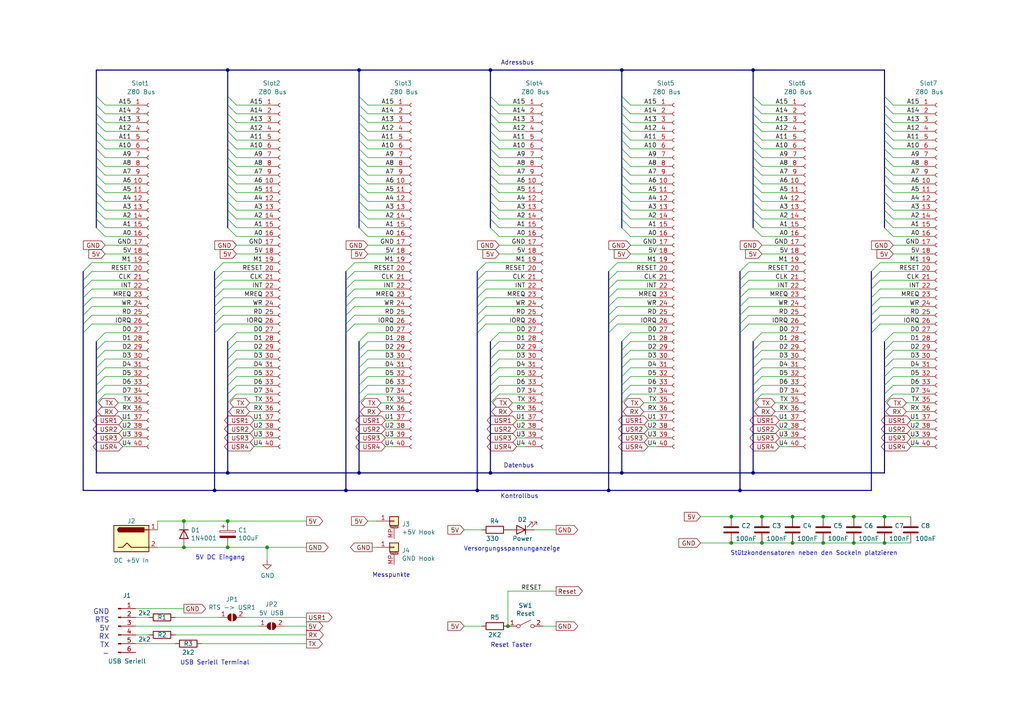
<source format=kicad_sch>
(kicad_sch (version 20231120) (generator "eeschema") (generator_version "8.0")
  (paper "A4")
  (title_block (title "aZ80 Bus Platine") (date "2022-05-15") (rev "1.1") (company "attraktor e.V."))
  (lib_symbols
    (symbol "Backplane_V1.0-rescue:CP-Device" (pin_numbers hide) (pin_names (offset 0.254))
      (property "Reference" "C" (at 0.635 2.54 0))
      (property "Value" "Device_CP" (at 0.635 -2.54 0))
      (symbol "CP-Device_1_1"
        (pin passive line (at 0 3.81 270) (length 2.794) (name "~") (number "1"))
        (pin passive line (at 0 -3.81 90) (length 2.794) (name "~") (number "2"))
      )
    )
    (symbol "Backplane_V1.0-rescue:Conn_01x06_Male-Connector" (pin_names (offset 1.016) hide)
      (property "Reference" "J" (at 0 7.62 0))
      (property "Value" "Connector_Conn_01x06_Male" (at 0 -10.16 0))
      (symbol "Conn_01x06_Male-Connector_1_1"
        (pin passive line (at 5.08 5.08 180) (length 3.81) (name "Pin_1") (number "1"))
        (pin passive line (at 5.08 2.54 180) (length 3.81) (name "Pin_2") (number "2"))
        (pin passive line (at 5.08 0 180) (length 3.81) (name "Pin_3") (number "3"))
        (pin passive line (at 5.08 -2.54 180) (length 3.81) (name "Pin_4") (number "4"))
        (pin passive line (at 5.08 -5.08 180) (length 3.81) (name "Pin_5") (number "5"))
        (pin passive line (at 5.08 -7.62 180) (length 3.81) (name "Pin_6") (number "6"))
      )
    )
    (symbol "Backplane_V1.0-rescue:Conn_01x40_Female-Connector" (pin_names (offset 1.016) hide)
      (property "Reference" "J" (at 0 50.8 0))
      (property "Value" "Connector_Conn_01x40_Female" (at 0 -53.34 0))
      (symbol "Conn_01x40_Female-Connector_1_1"
        (pin passive line (at -5.08 48.26 0) (length 3.81) (name "Pin_1") (number "1"))
        (pin passive line (at -5.08 25.4 0) (length 3.81) (name "Pin_10") (number "10"))
        (pin passive line (at -5.08 22.86 0) (length 3.81) (name "Pin_11") (number "11"))
        (pin passive line (at -5.08 20.32 0) (length 3.81) (name "Pin_12") (number "12"))
        (pin passive line (at -5.08 17.78 0) (length 3.81) (name "Pin_13") (number "13"))
        (pin passive line (at -5.08 15.24 0) (length 3.81) (name "Pin_14") (number "14"))
        (pin passive line (at -5.08 12.7 0) (length 3.81) (name "Pin_15") (number "15"))
        (pin passive line (at -5.08 10.16 0) (length 3.81) (name "Pin_16") (number "16"))
        (pin passive line (at -5.08 7.62 0) (length 3.81) (name "Pin_17") (number "17"))
        (pin passive line (at -5.08 5.08 0) (length 3.81) (name "Pin_18") (number "18"))
        (pin passive line (at -5.08 2.54 0) (length 3.81) (name "Pin_19") (number "19"))
        (pin passive line (at -5.08 45.72 0) (length 3.81) (name "Pin_2") (number "2"))
        (pin passive line (at -5.08 0 0) (length 3.81) (name "Pin_20") (number "20"))
        (pin passive line (at -5.08 -2.54 0) (length 3.81) (name "Pin_21") (number "21"))
        (pin passive line (at -5.08 -5.08 0) (length 3.81) (name "Pin_22") (number "22"))
        (pin passive line (at -5.08 -7.62 0) (length 3.81) (name "Pin_23") (number "23"))
        (pin passive line (at -5.08 -10.16 0) (length 3.81) (name "Pin_24") (number "24"))
        (pin passive line (at -5.08 -12.7 0) (length 3.81) (name "Pin_25") (number "25"))
        (pin passive line (at -5.08 -15.24 0) (length 3.81) (name "Pin_26") (number "26"))
        (pin passive line (at -5.08 -17.78 0) (length 3.81) (name "Pin_27") (number "27"))
        (pin passive line (at -5.08 -20.32 0) (length 3.81) (name "Pin_28") (number "28"))
        (pin passive line (at -5.08 -22.86 0) (length 3.81) (name "Pin_29") (number "29"))
        (pin passive line (at -5.08 43.18 0) (length 3.81) (name "Pin_3") (number "3"))
        (pin passive line (at -5.08 -25.4 0) (length 3.81) (name "Pin_30") (number "30"))
        (pin passive line (at -5.08 -27.94 0) (length 3.81) (name "Pin_31") (number "31"))
        (pin passive line (at -5.08 -30.48 0) (length 3.81) (name "Pin_32") (number "32"))
        (pin passive line (at -5.08 -33.02 0) (length 3.81) (name "Pin_33") (number "33"))
        (pin passive line (at -5.08 -35.56 0) (length 3.81) (name "Pin_34") (number "34"))
        (pin passive line (at -5.08 -38.1 0) (length 3.81) (name "Pin_35") (number "35"))
        (pin passive line (at -5.08 -40.64 0) (length 3.81) (name "Pin_36") (number "36"))
        (pin passive line (at -5.08 -43.18 0) (length 3.81) (name "Pin_37") (number "37"))
        (pin passive line (at -5.08 -45.72 0) (length 3.81) (name "Pin_38") (number "38"))
        (pin passive line (at -5.08 -48.26 0) (length 3.81) (name "Pin_39") (number "39"))
        (pin passive line (at -5.08 40.64 0) (length 3.81) (name "Pin_4") (number "4"))
        (pin passive line (at -5.08 -50.8 0) (length 3.81) (name "Pin_40") (number "40"))
        (pin passive line (at -5.08 38.1 0) (length 3.81) (name "Pin_5") (number "5"))
        (pin passive line (at -5.08 35.56 0) (length 3.81) (name "Pin_6") (number "6"))
        (pin passive line (at -5.08 33.02 0) (length 3.81) (name "Pin_7") (number "7"))
        (pin passive line (at -5.08 30.48 0) (length 3.81) (name "Pin_8") (number "8"))
        (pin passive line (at -5.08 27.94 0) (length 3.81) (name "Pin_9") (number "9"))
      )
    )
    (symbol "Connector:Barrel_Jack" (pin_names (offset 1.016))
      (property "Reference" "J" (at 0 5.334 0))
      (property "Value" "Barrel_Jack" (at 0 -5.08 0))
      (symbol "Barrel_Jack_1_1"
        (pin passive line (at 7.62 2.54 180) (length 2.54) (name "~") (number "1"))
        (pin passive line (at 7.62 -2.54 180) (length 2.54) (name "~") (number "2"))
      )
    )
    (symbol "Connector_Generic_MountingPin:Conn_01x01_MountingPin" (pin_names (offset 1.016) hide)
      (property "Reference" "J" (at 0 2.54 0))
      (property "Value" "Conn_01x01_MountingPin" (at 1.27 -2.54 0))
      (symbol "Conn_01x01_MountingPin_1_1"
        (text "Mounting" (at 0 -1.651 0) (effects (font (size 0.381 0.381))))
        (pin passive line (at -5.08 0 0) (length 3.81) (name "Pin_1") (number "1"))
        (pin passive line (at 0 -5.08 90) (length 3.048) (name "MountPin") (number "MP"))
      )
    )
    (symbol "Device:C" (pin_numbers hide) (pin_names (offset 0.254))
      (property "Reference" "C" (at 0.635 2.54 0))
      (property "Value" "C" (at 0.635 -2.54 0))
      (symbol "C_1_1"
        (pin passive line (at 0 3.81 270) (length 2.794) (name "~") (number "1"))
        (pin passive line (at 0 -3.81 90) (length 2.794) (name "~") (number "2"))
      )
    )
    (symbol "Device:LED" (pin_numbers hide) (pin_names (offset 1.016) hide)
      (property "Reference" "D" (at 0 2.54 0))
      (property "Value" "LED" (at 0 -2.54 0))
      (symbol "LED_1_1"
        (pin passive line (at -3.81 0 0) (length 2.54) (name "K") (number "1"))
        (pin passive line (at 3.81 0 180) (length 2.54) (name "A") (number "2"))
      )
    )
    (symbol "Device:R" (pin_numbers hide) (pin_names (offset 0))
      (property "Reference" "R" (at 2.032 0 90))
      (property "Value" "R" (at 0 0 90))
      (symbol "R_1_1"
        (pin passive line (at 0 3.81 270) (length 1.27) (name "~") (number "1"))
        (pin passive line (at 0 -3.81 90) (length 1.27) (name "~") (number "2"))
      )
    )
    (symbol "Diode:1N4001" (pin_numbers hide) (pin_names hide)
      (property "Reference" "D" (at 0 2.54 0))
      (property "Value" "1N4001" (at 0 -2.54 0))
      (symbol "1N4001_1_1"
        (pin passive line (at -3.81 0 0) (length 2.54) (name "K") (number "1"))
        (pin passive line (at 3.81 0 180) (length 2.54) (name "A") (number "2"))
      )
    )
    (symbol "Jumper:SolderJumper_2_Open" (pin_names (offset 0) hide)
      (property "Reference" "JP" (at 0 2.032 0))
      (property "Value" "SolderJumper_2_Open" (at 0 -2.54 0))
      (symbol "SolderJumper_2_Open_1_1"
        (pin passive line (at -3.81 0 0) (length 2.54) (name "A") (number "1"))
        (pin passive line (at 3.81 0 180) (length 2.54) (name "B") (number "2"))
      )
    )
    (symbol "Switch:SW_SPST" (pin_names (offset 0) hide)
      (property "Reference" "SW" (at 0 3.175 0))
      (property "Value" "SW_SPST" (at 0 -2.54 0))
      (symbol "SW_SPST_1_1"
        (pin passive line (at -5.08 0 0) (length 2.54) (name "A") (number "1"))
        (pin passive line (at 5.08 0 180) (length 2.54) (name "B") (number "2"))
      )
    )
    (symbol "power:GND" (power) (pin_names (offset 0))
      (property "Value" "GND" (at 0 -3.81 0))
      (symbol "GND_1_1"
        (pin power_in line (at 0 0 270) (length 0) hide (name "GND") (number "1"))
      )
    )
  )
  (junction (at 104.14 20.32))
  (junction (at 66.04 137.16))
  (junction (at 176.53 142.24))
  (junction (at 77.47 158.75))
  (junction (at 247.65 149.86))
  (junction (at 256.54 157.48))
  (junction (at 218.44 20.32))
  (junction (at 229.87 157.48))
  (junction (at 53.34 151.13))
  (junction (at 220.98 157.48))
  (junction (at 142.24 137.16))
  (junction (at 256.54 149.86))
  (junction (at 220.98 149.86))
  (junction (at 180.34 137.16))
  (junction (at 238.76 149.86))
  (junction (at 142.24 20.32))
  (junction (at 180.34 20.32))
  (junction (at 218.44 137.16))
  (junction (at 238.76 157.48))
  (junction (at 66.04 20.32))
  (junction (at 104.14 137.16))
  (junction (at 212.09 157.48))
  (junction (at 214.63 142.24))
  (junction (at 247.65 157.48))
  (junction (at 62.23 142.24))
  (junction (at 229.87 149.86))
  (junction (at 66.04 151.13))
  (junction (at 138.43 142.24))
  (junction (at 147.32 181.61))
  (junction (at 66.04 158.75))
  (junction (at 100.33 142.24))
  (junction (at 212.09 149.86))
  (junction (at 53.34 158.75))
  (bus_entry (at 214.63 78.74) (size 2.54 -2.54))
  (bus_entry (at 66.04 58.42) (size 2.54 2.54))
  (bus_entry (at 27.94 101.6) (size 2.54 -2.54))
  (bus_entry (at 256.54 35.56) (size 2.54 2.54))
  (bus_entry (at 66.04 66.04) (size 2.54 2.54))
  (bus_entry (at 256.54 45.72) (size 2.54 2.54))
  (bus_entry (at 27.94 104.14) (size 2.54 -2.54))
  (bus_entry (at 138.43 96.52) (size 2.54 -2.54))
  (bus_entry (at 252.73 93.98) (size 2.54 -2.54))
  (bus_entry (at 256.54 58.42) (size 2.54 2.54))
  (bus_entry (at 180.34 66.04) (size 2.54 2.54))
  (bus_entry (at 256.54 43.18) (size 2.54 2.54))
  (bus_entry (at 256.54 101.6) (size 2.54 -2.54))
  (bus_entry (at 104.14 114.3) (size 2.54 -2.54))
  (bus_entry (at 27.94 35.56) (size 2.54 2.54))
  (bus_entry (at 62.23 91.44) (size 2.54 -2.54))
  (bus_entry (at 66.04 106.68) (size 2.54 -2.54))
  (bus_entry (at 142.24 45.72) (size 2.54 2.54))
  (bus_entry (at 218.44 53.34) (size 2.54 2.54))
  (bus_entry (at 180.34 60.96) (size 2.54 2.54))
  (bus_entry (at 256.54 99.06) (size 2.54 -2.54))
  (bus_entry (at 24.13 88.9) (size 2.54 -2.54))
  (bus_entry (at 218.44 48.26) (size 2.54 2.54))
  (bus_entry (at 138.43 81.28) (size 2.54 -2.54))
  (bus_entry (at 218.44 63.5) (size 2.54 2.54))
  (bus_entry (at 62.23 78.74) (size 2.54 -2.54))
  (bus_entry (at 24.13 96.52) (size 2.54 -2.54))
  (bus_entry (at 256.54 63.5) (size 2.54 2.54))
  (bus_entry (at 138.43 86.36) (size 2.54 -2.54))
  (bus_entry (at 27.94 33.02) (size 2.54 2.54))
  (bus_entry (at 142.24 30.48) (size 2.54 2.54))
  (bus_entry (at 100.33 93.98) (size 2.54 -2.54))
  (bus_entry (at 24.13 81.28) (size 2.54 -2.54))
  (bus_entry (at 104.14 45.72) (size 2.54 2.54))
  (bus_entry (at 252.73 78.74) (size 2.54 -2.54))
  (bus_entry (at 252.73 96.52) (size 2.54 -2.54))
  (bus_entry (at 256.54 104.14) (size 2.54 -2.54))
  (bus_entry (at 62.23 96.52) (size 2.54 -2.54))
  (bus_entry (at 180.34 111.76) (size 2.54 -2.54))
  (bus_entry (at 142.24 27.94) (size 2.54 2.54))
  (bus_entry (at 256.54 38.1) (size 2.54 2.54))
  (bus_entry (at 256.54 50.8) (size 2.54 2.54))
  (bus_entry (at 176.53 91.44) (size 2.54 -2.54))
  (bus_entry (at 142.24 35.56) (size 2.54 2.54))
  (bus_entry (at 218.44 114.3) (size 2.54 -2.54))
  (bus_entry (at 104.14 50.8) (size 2.54 2.54))
  (bus_entry (at 62.23 86.36) (size 2.54 -2.54))
  (bus_entry (at 214.63 88.9) (size 2.54 -2.54))
  (bus_entry (at 180.34 27.94) (size 2.54 2.54))
  (bus_entry (at 256.54 109.22) (size 2.54 -2.54))
  (bus_entry (at 142.24 58.42) (size 2.54 2.54))
  (bus_entry (at 104.14 66.04) (size 2.54 2.54))
  (bus_entry (at 66.04 50.8) (size 2.54 2.54))
  (bus_entry (at 27.94 43.18) (size 2.54 2.54))
  (bus_entry (at 100.33 86.36) (size 2.54 -2.54))
  (bus_entry (at 104.14 38.1) (size 2.54 2.54))
  (bus_entry (at 142.24 104.14) (size 2.54 -2.54))
  (bus_entry (at 180.34 106.68) (size 2.54 -2.54))
  (bus_entry (at 180.34 40.64) (size 2.54 2.54))
  (bus_entry (at 218.44 50.8) (size 2.54 2.54))
  (bus_entry (at 66.04 109.22) (size 2.54 -2.54))
  (bus_entry (at 218.44 45.72) (size 2.54 2.54))
  (bus_entry (at 66.04 30.48) (size 2.54 2.54))
  (bus_entry (at 218.44 38.1) (size 2.54 2.54))
  (bus_entry (at 256.54 106.68) (size 2.54 -2.54))
  (bus_entry (at 62.23 93.98) (size 2.54 -2.54))
  (bus_entry (at 214.63 86.36) (size 2.54 -2.54))
  (bus_entry (at 104.14 35.56) (size 2.54 2.54))
  (bus_entry (at 256.54 116.84) (size 2.54 -2.54))
  (bus_entry (at 180.34 30.48) (size 2.54 2.54))
  (bus_entry (at 142.24 101.6) (size 2.54 -2.54))
  (bus_entry (at 218.44 43.18) (size 2.54 2.54))
  (bus_entry (at 142.24 38.1) (size 2.54 2.54))
  (bus_entry (at 252.73 88.9) (size 2.54 -2.54))
  (bus_entry (at 66.04 111.76) (size 2.54 -2.54))
  (bus_entry (at 104.14 30.48) (size 2.54 2.54))
  (bus_entry (at 218.44 40.64) (size 2.54 2.54))
  (bus_entry (at 218.44 60.96) (size 2.54 2.54))
  (bus_entry (at 104.14 43.18) (size 2.54 2.54))
  (bus_entry (at 218.44 27.94) (size 2.54 2.54))
  (bus_entry (at 256.54 53.34) (size 2.54 2.54))
  (bus_entry (at 142.24 111.76) (size 2.54 -2.54))
  (bus_entry (at 218.44 99.06) (size 2.54 -2.54))
  (bus_entry (at 142.24 33.02) (size 2.54 2.54))
  (bus_entry (at 218.44 58.42) (size 2.54 2.54))
  (bus_entry (at 256.54 111.76) (size 2.54 -2.54))
  (bus_entry (at 24.13 78.74) (size 2.54 -2.54))
  (bus_entry (at 218.44 55.88) (size 2.54 2.54))
  (bus_entry (at 180.34 63.5) (size 2.54 2.54))
  (bus_entry (at 104.14 40.64) (size 2.54 2.54))
  (bus_entry (at 180.34 58.42) (size 2.54 2.54))
  (bus_entry (at 180.34 104.14) (size 2.54 -2.54))
  (bus_entry (at 218.44 116.84) (size 2.54 -2.54))
  (bus_entry (at 104.14 111.76) (size 2.54 -2.54))
  (bus_entry (at 27.94 63.5) (size 2.54 2.54))
  (bus_entry (at 180.34 45.72) (size 2.54 2.54))
  (bus_entry (at 214.63 96.52) (size 2.54 -2.54))
  (bus_entry (at 256.54 55.88) (size 2.54 2.54))
  (bus_entry (at 138.43 78.74) (size 2.54 -2.54))
  (bus_entry (at 138.43 88.9) (size 2.54 -2.54))
  (bus_entry (at 218.44 109.22) (size 2.54 -2.54))
  (bus_entry (at 142.24 53.34) (size 2.54 2.54))
  (bus_entry (at 180.34 116.84) (size 2.54 -2.54))
  (bus_entry (at 104.14 104.14) (size 2.54 -2.54))
  (bus_entry (at 24.13 83.82) (size 2.54 -2.54))
  (bus_entry (at 100.33 81.28) (size 2.54 -2.54))
  (bus_entry (at 27.94 58.42) (size 2.54 2.54))
  (bus_entry (at 180.34 109.22) (size 2.54 -2.54))
  (bus_entry (at 214.63 81.28) (size 2.54 -2.54))
  (bus_entry (at 256.54 66.04) (size 2.54 2.54))
  (bus_entry (at 142.24 50.8) (size 2.54 2.54))
  (bus_entry (at 104.14 101.6) (size 2.54 -2.54))
  (bus_entry (at 138.43 83.82) (size 2.54 -2.54))
  (bus_entry (at 104.14 109.22) (size 2.54 -2.54))
  (bus_entry (at 176.53 86.36) (size 2.54 -2.54))
  (bus_entry (at 66.04 40.64) (size 2.54 2.54))
  (bus_entry (at 104.14 33.02) (size 2.54 2.54))
  (bus_entry (at 66.04 27.94) (size 2.54 2.54))
  (bus_entry (at 214.63 93.98) (size 2.54 -2.54))
  (bus_entry (at 66.04 53.34) (size 2.54 2.54))
  (bus_entry (at 104.14 55.88) (size 2.54 2.54))
  (bus_entry (at 27.94 99.06) (size 2.54 -2.54))
  (bus_entry (at 180.34 55.88) (size 2.54 2.54))
  (bus_entry (at 27.94 111.76) (size 2.54 -2.54))
  (bus_entry (at 100.33 88.9) (size 2.54 -2.54))
  (bus_entry (at 100.33 91.44) (size 2.54 -2.54))
  (bus_entry (at 100.33 96.52) (size 2.54 -2.54))
  (bus_entry (at 218.44 104.14) (size 2.54 -2.54))
  (bus_entry (at 27.94 106.68) (size 2.54 -2.54))
  (bus_entry (at 256.54 48.26) (size 2.54 2.54))
  (bus_entry (at 100.33 78.74) (size 2.54 -2.54))
  (bus_entry (at 104.14 63.5) (size 2.54 2.54))
  (bus_entry (at 218.44 30.48) (size 2.54 2.54))
  (bus_entry (at 176.53 88.9) (size 2.54 -2.54))
  (bus_entry (at 214.63 91.44) (size 2.54 -2.54))
  (bus_entry (at 104.14 60.96) (size 2.54 2.54))
  (bus_entry (at 176.53 78.74) (size 2.54 -2.54))
  (bus_entry (at 104.14 27.94) (size 2.54 2.54))
  (bus_entry (at 27.94 53.34) (size 2.54 2.54))
  (bus_entry (at 180.34 33.02) (size 2.54 2.54))
  (bus_entry (at 142.24 106.68) (size 2.54 -2.54))
  (bus_entry (at 180.34 53.34) (size 2.54 2.54))
  (bus_entry (at 27.94 55.88) (size 2.54 2.54))
  (bus_entry (at 62.23 81.28) (size 2.54 -2.54))
  (bus_entry (at 180.34 43.18) (size 2.54 2.54))
  (bus_entry (at 218.44 106.68) (size 2.54 -2.54))
  (bus_entry (at 104.14 53.34) (size 2.54 2.54))
  (bus_entry (at 180.34 114.3) (size 2.54 -2.54))
  (bus_entry (at 142.24 66.04) (size 2.54 2.54))
  (bus_entry (at 24.13 86.36) (size 2.54 -2.54))
  (bus_entry (at 218.44 66.04) (size 2.54 2.54))
  (bus_entry (at 256.54 60.96) (size 2.54 2.54))
  (bus_entry (at 142.24 114.3) (size 2.54 -2.54))
  (bus_entry (at 62.23 83.82) (size 2.54 -2.54))
  (bus_entry (at 180.34 101.6) (size 2.54 -2.54))
  (bus_entry (at 104.14 116.84) (size 2.54 -2.54))
  (bus_entry (at 27.94 116.84) (size 2.54 -2.54))
  (bus_entry (at 104.14 48.26) (size 2.54 2.54))
  (bus_entry (at 66.04 55.88) (size 2.54 2.54))
  (bus_entry (at 214.63 83.82) (size 2.54 -2.54))
  (bus_entry (at 66.04 101.6) (size 2.54 -2.54))
  (bus_entry (at 66.04 104.14) (size 2.54 -2.54))
  (bus_entry (at 256.54 40.64) (size 2.54 2.54))
  (bus_entry (at 27.94 38.1) (size 2.54 2.54))
  (bus_entry (at 24.13 93.98) (size 2.54 -2.54))
  (bus_entry (at 104.14 106.68) (size 2.54 -2.54))
  (bus_entry (at 138.43 93.98) (size 2.54 -2.54))
  (bus_entry (at 27.94 109.22) (size 2.54 -2.54))
  (bus_entry (at 176.53 96.52) (size 2.54 -2.54))
  (bus_entry (at 256.54 33.02) (size 2.54 2.54))
  (bus_entry (at 142.24 63.5) (size 2.54 2.54))
  (bus_entry (at 256.54 30.48) (size 2.54 2.54))
  (bus_entry (at 104.14 99.06) (size 2.54 -2.54))
  (bus_entry (at 256.54 114.3) (size 2.54 -2.54))
  (bus_entry (at 218.44 35.56) (size 2.54 2.54))
  (bus_entry (at 27.94 66.04) (size 2.54 2.54))
  (bus_entry (at 62.23 88.9) (size 2.54 -2.54))
  (bus_entry (at 66.04 43.18) (size 2.54 2.54))
  (bus_entry (at 180.34 35.56) (size 2.54 2.54))
  (bus_entry (at 27.94 114.3) (size 2.54 -2.54))
  (bus_entry (at 176.53 83.82) (size 2.54 -2.54))
  (bus_entry (at 66.04 33.02) (size 2.54 2.54))
  (bus_entry (at 104.14 58.42) (size 2.54 2.54))
  (bus_entry (at 142.24 60.96) (size 2.54 2.54))
  (bus_entry (at 256.54 27.94) (size 2.54 2.54))
  (bus_entry (at 142.24 55.88) (size 2.54 2.54))
  (bus_entry (at 100.33 83.82) (size 2.54 -2.54))
  (bus_entry (at 66.04 63.5) (size 2.54 2.54))
  (bus_entry (at 27.94 30.48) (size 2.54 2.54))
  (bus_entry (at 66.04 38.1) (size 2.54 2.54))
  (bus_entry (at 218.44 111.76) (size 2.54 -2.54))
  (bus_entry (at 218.44 101.6) (size 2.54 -2.54))
  (bus_entry (at 176.53 81.28) (size 2.54 -2.54))
  (bus_entry (at 27.94 48.26) (size 2.54 2.54))
  (bus_entry (at 142.24 109.22) (size 2.54 -2.54))
  (bus_entry (at 142.24 99.06) (size 2.54 -2.54))
  (bus_entry (at 252.73 83.82) (size 2.54 -2.54))
  (bus_entry (at 27.94 50.8) (size 2.54 2.54))
  (bus_entry (at 176.53 93.98) (size 2.54 -2.54))
  (bus_entry (at 66.04 99.06) (size 2.54 -2.54))
  (bus_entry (at 180.34 99.06) (size 2.54 -2.54))
  (bus_entry (at 24.13 91.44) (size 2.54 -2.54))
  (bus_entry (at 27.94 60.96) (size 2.54 2.54))
  (bus_entry (at 66.04 116.84) (size 2.54 -2.54))
  (bus_entry (at 142.24 43.18) (size 2.54 2.54))
  (bus_entry (at 180.34 48.26) (size 2.54 2.54))
  (bus_entry (at 142.24 116.84) (size 2.54 -2.54))
  (bus_entry (at 66.04 35.56) (size 2.54 2.54))
  (bus_entry (at 180.34 38.1) (size 2.54 2.54))
  (bus_entry (at 66.04 114.3) (size 2.54 -2.54))
  (bus_entry (at 218.44 33.02) (size 2.54 2.54))
  (bus_entry (at 27.94 27.94) (size 2.54 2.54))
  (bus_entry (at 252.73 86.36) (size 2.54 -2.54))
  (bus_entry (at 66.04 45.72) (size 2.54 2.54))
  (bus_entry (at 252.73 81.28) (size 2.54 -2.54))
  (bus_entry (at 27.94 45.72) (size 2.54 2.54))
  (bus_entry (at 180.34 50.8) (size 2.54 2.54))
  (bus_entry (at 138.43 91.44) (size 2.54 -2.54))
  (bus_entry (at 27.94 40.64) (size 2.54 2.54))
  (bus_entry (at 142.24 48.26) (size 2.54 2.54))
  (bus_entry (at 66.04 48.26) (size 2.54 2.54))
  (bus_entry (at 66.04 60.96) (size 2.54 2.54))
  (bus_entry (at 252.73 91.44) (size 2.54 -2.54))
  (bus_entry (at 142.24 40.64) (size 2.54 2.54))
  (wire (pts (xy 152.4 30.48) (xy 144.78 30.48)))
  (wire (pts (xy 39.37 179.07) (xy 43.18 179.07)))
  (bus (pts (xy 176.53 93.98) (xy 176.53 96.52)))
  (bus (pts (xy 256.54 114.3) (xy 256.54 116.84)))
  (bus (pts (xy 180.34 38.1) (xy 180.34 40.64)))
  (wire (pts (xy 77.47 158.75) (xy 77.47 162.56)))
  (bus (pts (xy 176.53 78.74) (xy 176.53 81.28)))
  (wire (pts (xy 76.2 99.06) (xy 68.58 99.06)))
  (wire (pts (xy 152.4 43.18) (xy 144.78 43.18)))
  (wire (pts (xy 228.6 58.42) (xy 220.98 58.42)))
  (wire (pts (xy 217.17 88.9) (xy 228.6 88.9)))
  (bus (pts (xy 24.13 96.52) (xy 24.13 142.24)))
  (wire (pts (xy 186.69 116.84) (xy 190.5 116.84)))
  (bus (pts (xy 180.34 53.34) (xy 180.34 55.88)))
  (wire (pts (xy 26.67 93.98) (xy 38.1 93.98)))
  (wire (pts (xy 228.6 68.58) (xy 220.98 68.58)))
  (bus (pts (xy 104.14 30.48) (xy 104.14 33.02)))
  (wire (pts (xy 114.3 99.06) (xy 106.68 99.06)))
  (bus (pts (xy 138.43 81.28) (xy 138.43 83.82)))
  (wire (pts (xy 45.72 151.13) (xy 53.34 151.13)))
  (wire (pts (xy 76.2 68.58) (xy 68.58 68.58)))
  (wire (pts (xy 38.1 40.64) (xy 30.48 40.64)))
  (wire (pts (xy 114.3 50.8) (xy 106.68 50.8)))
  (wire (pts (xy 66.04 151.13) (xy 88.9 151.13)))
  (bus (pts (xy 66.04 111.76) (xy 66.04 114.3)))
  (bus (pts (xy 180.34 104.14) (xy 180.34 106.68)))
  (bus (pts (xy 66.04 33.02) (xy 66.04 35.56)))
  (wire (pts (xy 76.2 60.96) (xy 68.58 60.96)))
  (bus (pts (xy 218.44 109.22) (xy 218.44 111.76)))
  (wire (pts (xy 152.4 63.5) (xy 144.78 63.5)))
  (bus (pts (xy 142.24 137.16) (xy 180.34 137.16)))
  (wire (pts (xy 217.17 81.28) (xy 228.6 81.28)))
  (bus (pts (xy 256.54 60.96) (xy 256.54 63.5)))
  (wire (pts (xy 238.76 157.48) (xy 247.65 157.48)))
  (wire (pts (xy 255.27 81.28) (xy 266.7 81.28)))
  (wire (pts (xy 190.5 55.88) (xy 182.88 55.88)))
  (wire (pts (xy 38.1 121.92) (xy 35.56 121.92)))
  (wire (pts (xy 190.5 127) (xy 187.96 127)))
  (bus (pts (xy 218.44 60.96) (xy 218.44 63.5)))
  (bus (pts (xy 66.04 55.88) (xy 66.04 58.42)))
  (bus (pts (xy 256.54 53.34) (xy 256.54 55.88)))
  (wire (pts (xy 152.4 48.26) (xy 144.78 48.26)))
  (wire (pts (xy 147.32 171.45) (xy 161.29 171.45)))
  (wire (pts (xy 152.4 127) (xy 149.86 127)))
  (bus (pts (xy 62.23 91.44) (xy 62.23 93.98)))
  (wire (pts (xy 114.3 45.72) (xy 106.68 45.72)))
  (wire (pts (xy 26.67 78.74) (xy 38.1 78.74)))
  (bus (pts (xy 138.43 142.24) (xy 176.53 142.24)))
  (wire (pts (xy 71.12 179.07) (xy 88.9 179.07)))
  (wire (pts (xy 76.2 38.1) (xy 68.58 38.1)))
  (bus (pts (xy 100.33 88.9) (xy 100.33 91.44)))
  (bus (pts (xy 66.04 20.32) (xy 66.04 27.94)))
  (wire (pts (xy 186.69 119.38) (xy 190.5 119.38)))
  (wire (pts (xy 38.1 35.56) (xy 30.48 35.56)))
  (wire (pts (xy 152.4 60.96) (xy 144.78 60.96)))
  (bus (pts (xy 256.54 101.6) (xy 256.54 104.14)))
  (wire (pts (xy 50.8 184.15) (xy 88.9 184.15)))
  (bus (pts (xy 66.04 99.06) (xy 66.04 101.6)))
  (bus (pts (xy 24.13 142.24) (xy 62.23 142.24)))
  (wire (pts (xy 114.3 35.56) (xy 106.68 35.56)))
  (bus (pts (xy 24.13 93.98) (xy 24.13 96.52)))
  (bus (pts (xy 252.73 91.44) (xy 252.73 93.98)))
  (bus (pts (xy 214.63 91.44) (xy 214.63 93.98)))
  (wire (pts (xy 152.4 73.66) (xy 144.78 73.66)))
  (bus (pts (xy 62.23 78.74) (xy 62.23 81.28)))
  (bus (pts (xy 218.44 20.32) (xy 256.54 20.32)))
  (bus (pts (xy 138.43 88.9) (xy 138.43 91.44)))
  (bus (pts (xy 104.14 109.22) (xy 104.14 111.76)))
  (wire (pts (xy 157.48 181.61) (xy 161.29 181.61)))
  (bus (pts (xy 142.24 106.68) (xy 142.24 109.22)))
  (bus (pts (xy 142.24 58.42) (xy 142.24 60.96)))
  (bus (pts (xy 66.04 104.14) (xy 66.04 106.68)))
  (wire (pts (xy 190.5 101.6) (xy 182.88 101.6)))
  (wire (pts (xy 64.77 86.36) (xy 76.2 86.36)))
  (bus (pts (xy 218.44 101.6) (xy 218.44 104.14)))
  (bus (pts (xy 27.94 114.3) (xy 27.94 116.84)))
  (wire (pts (xy 190.5 104.14) (xy 182.88 104.14)))
  (bus (pts (xy 180.34 40.64) (xy 180.34 43.18)))
  (wire (pts (xy 266.7 101.6) (xy 259.08 101.6)))
  (wire (pts (xy 39.37 186.69) (xy 50.8 186.69)))
  (bus (pts (xy 104.14 106.68) (xy 104.14 109.22)))
  (wire (pts (xy 66.04 158.75) (xy 77.47 158.75)))
  (wire (pts (xy 229.87 149.86) (xy 220.98 149.86)))
  (wire (pts (xy 179.07 91.44) (xy 190.5 91.44)))
  (wire (pts (xy 38.1 71.12) (xy 30.48 71.12)))
  (wire (pts (xy 255.27 93.98) (xy 266.7 93.98)))
  (wire (pts (xy 38.1 127) (xy 35.56 127)))
  (wire (pts (xy 38.1 101.6) (xy 30.48 101.6)))
  (wire (pts (xy 76.2 73.66) (xy 68.58 73.66)))
  (bus (pts (xy 252.73 78.74) (xy 252.73 81.28)))
  (wire (pts (xy 228.6 66.04) (xy 220.98 66.04)))
  (wire (pts (xy 190.5 38.1) (xy 182.88 38.1)))
  (wire (pts (xy 38.1 104.14) (xy 30.48 104.14)))
  (wire (pts (xy 266.7 109.22) (xy 259.08 109.22)))
  (wire (pts (xy 140.97 93.98) (xy 152.4 93.98)))
  (bus (pts (xy 176.53 83.82) (xy 176.53 86.36)))
  (bus (pts (xy 256.54 111.76) (xy 256.54 114.3)))
  (bus (pts (xy 27.94 53.34) (xy 27.94 55.88)))
  (bus (pts (xy 142.24 27.94) (xy 142.24 30.48)))
  (wire (pts (xy 228.6 48.26) (xy 220.98 48.26)))
  (wire (pts (xy 114.3 68.58) (xy 106.68 68.58)))
  (wire (pts (xy 190.5 99.06) (xy 182.88 99.06)))
  (bus (pts (xy 252.73 83.82) (xy 252.73 86.36)))
  (wire (pts (xy 114.3 30.48) (xy 106.68 30.48)))
  (bus (pts (xy 100.33 83.82) (xy 100.33 86.36)))
  (wire (pts (xy 266.7 121.92) (xy 264.16 121.92)))
  (wire (pts (xy 152.4 55.88) (xy 144.78 55.88)))
  (wire (pts (xy 76.2 35.56) (xy 68.58 35.56)))
  (bus (pts (xy 66.04 27.94) (xy 66.04 30.48)))
  (bus (pts (xy 180.34 106.68) (xy 180.34 109.22)))
  (wire (pts (xy 229.87 157.48) (xy 238.76 157.48)))
  (wire (pts (xy 26.67 83.82) (xy 38.1 83.82)))
  (wire (pts (xy 228.6 106.68) (xy 220.98 106.68)))
  (wire (pts (xy 190.5 30.48) (xy 182.88 30.48)))
  (wire (pts (xy 266.7 55.88) (xy 259.08 55.88)))
  (bus (pts (xy 180.34 99.06) (xy 180.34 101.6)))
  (bus (pts (xy 27.94 50.8) (xy 27.94 53.34)))
  (wire (pts (xy 255.27 78.74) (xy 266.7 78.74)))
  (bus (pts (xy 66.04 106.68) (xy 66.04 109.22)))
  (wire (pts (xy 45.72 153.67) (xy 45.72 151.13)))
  (wire (pts (xy 228.6 96.52) (xy 220.98 96.52)))
  (wire (pts (xy 212.09 157.48) (xy 203.2 157.48)))
  (bus (pts (xy 66.04 40.64) (xy 66.04 43.18)))
  (wire (pts (xy 179.07 83.82) (xy 190.5 83.82)))
  (bus (pts (xy 180.34 30.48) (xy 180.34 33.02)))
  (wire (pts (xy 228.6 127) (xy 226.06 127)))
  (wire (pts (xy 255.27 91.44) (xy 266.7 91.44)))
  (bus (pts (xy 180.34 20.32) (xy 218.44 20.32)))
  (bus (pts (xy 218.44 45.72) (xy 218.44 48.26)))
  (bus (pts (xy 138.43 96.52) (xy 138.43 142.24)))
  (bus (pts (xy 27.94 27.94) (xy 27.94 30.48)))
  (bus (pts (xy 104.14 20.32) (xy 104.14 27.94)))
  (bus (pts (xy 214.63 81.28) (xy 214.63 83.82)))
  (bus (pts (xy 104.14 101.6) (xy 104.14 104.14)))
  (bus (pts (xy 27.94 38.1) (xy 27.94 40.64)))
  (bus (pts (xy 218.44 63.5) (xy 218.44 66.04)))
  (wire (pts (xy 114.3 109.22) (xy 106.68 109.22)))
  (bus (pts (xy 142.24 104.14) (xy 142.24 106.68)))
  (bus (pts (xy 180.34 20.32) (xy 180.34 27.94)))
  (bus (pts (xy 218.44 35.56) (xy 218.44 38.1)))
  (wire (pts (xy 266.7 71.12) (xy 259.08 71.12)))
  (bus (pts (xy 180.34 58.42) (xy 180.34 60.96)))
  (bus (pts (xy 256.54 43.18) (xy 256.54 45.72)))
  (bus (pts (xy 180.34 27.94) (xy 180.34 30.48)))
  (bus (pts (xy 142.24 20.32) (xy 142.24 27.94)))
  (bus (pts (xy 218.44 53.34) (xy 218.44 55.88)))
  (wire (pts (xy 190.5 114.3) (xy 182.88 114.3)))
  (wire (pts (xy 114.3 58.42) (xy 106.68 58.42)))
  (wire (pts (xy 224.79 119.38) (xy 228.6 119.38)))
  (wire (pts (xy 140.97 88.9) (xy 152.4 88.9)))
  (wire (pts (xy 106.68 151.13) (xy 109.22 151.13)))
  (bus (pts (xy 180.34 137.16) (xy 218.44 137.16)))
  (bus (pts (xy 27.94 99.06) (xy 27.94 101.6)))
  (wire (pts (xy 217.17 93.98) (xy 228.6 93.98)))
  (wire (pts (xy 212.09 149.86) (xy 220.98 149.86)))
  (wire (pts (xy 134.62 181.61) (xy 139.7 181.61)))
  (wire (pts (xy 38.1 63.5) (xy 30.48 63.5)))
  (bus (pts (xy 104.14 48.26) (xy 104.14 50.8)))
  (bus (pts (xy 142.24 45.72) (xy 142.24 48.26)))
  (bus (pts (xy 142.24 101.6) (xy 142.24 104.14)))
  (bus (pts (xy 142.24 48.26) (xy 142.24 50.8)))
  (bus (pts (xy 27.94 116.84) (xy 27.94 137.16)))
  (wire (pts (xy 190.5 68.58) (xy 182.88 68.58)))
  (bus (pts (xy 214.63 96.52) (xy 214.63 142.24)))
  (wire (pts (xy 212.09 149.86) (xy 203.2 149.86)))
  (wire (pts (xy 266.7 129.54) (xy 264.16 129.54)))
  (wire (pts (xy 152.4 38.1) (xy 144.78 38.1)))
  (wire (pts (xy 147.32 181.61) (xy 147.32 171.45)))
  (wire (pts (xy 266.7 45.72) (xy 259.08 45.72)))
  (wire (pts (xy 53.34 151.13) (xy 66.04 151.13)))
  (bus (pts (xy 138.43 78.74) (xy 138.43 81.28)))
  (wire (pts (xy 266.7 50.8) (xy 259.08 50.8)))
  (bus (pts (xy 138.43 91.44) (xy 138.43 93.98)))
  (wire (pts (xy 148.59 116.84) (xy 152.4 116.84)))
  (bus (pts (xy 218.44 48.26) (xy 218.44 50.8)))
  (wire (pts (xy 190.5 109.22) (xy 182.88 109.22)))
  (bus (pts (xy 180.34 114.3) (xy 180.34 116.84)))
  (wire (pts (xy 152.4 129.54) (xy 149.86 129.54)))
  (wire (pts (xy 114.3 71.12) (xy 106.68 71.12)))
  (bus (pts (xy 256.54 35.56) (xy 256.54 38.1)))
  (wire (pts (xy 114.3 104.14) (xy 106.68 104.14)))
  (wire (pts (xy 152.4 121.92) (xy 149.86 121.92)))
  (wire (pts (xy 114.3 101.6) (xy 106.68 101.6)))
  (bus (pts (xy 104.14 40.64) (xy 104.14 43.18)))
  (wire (pts (xy 228.6 55.88) (xy 220.98 55.88)))
  (wire (pts (xy 190.5 73.66) (xy 182.88 73.66)))
  (bus (pts (xy 27.94 137.16) (xy 66.04 137.16)))
  (bus (pts (xy 180.34 50.8) (xy 180.34 53.34)))
  (wire (pts (xy 53.34 158.75) (xy 66.04 158.75)))
  (wire (pts (xy 152.4 114.3) (xy 144.78 114.3)))
  (wire (pts (xy 114.3 66.04) (xy 106.68 66.04)))
  (bus (pts (xy 27.94 55.88) (xy 27.94 58.42)))
  (bus (pts (xy 180.34 111.76) (xy 180.34 114.3)))
  (bus (pts (xy 62.23 142.24) (xy 100.33 142.24)))
  (bus (pts (xy 104.14 38.1) (xy 104.14 40.64)))
  (wire (pts (xy 102.87 91.44) (xy 114.3 91.44)))
  (wire (pts (xy 228.6 60.96) (xy 220.98 60.96)))
  (wire (pts (xy 114.3 53.34) (xy 106.68 53.34)))
  (bus (pts (xy 104.14 104.14) (xy 104.14 106.68)))
  (wire (pts (xy 266.7 99.06) (xy 259.08 99.06)))
  (bus (pts (xy 142.24 55.88) (xy 142.24 58.42)))
  (wire (pts (xy 76.2 50.8) (xy 68.58 50.8)))
  (bus (pts (xy 27.94 20.32) (xy 66.04 20.32)))
  (wire (pts (xy 228.6 121.92) (xy 226.06 121.92)))
  (bus (pts (xy 66.04 109.22) (xy 66.04 111.76)))
  (bus (pts (xy 104.14 27.94) (xy 104.14 30.48)))
  (wire (pts (xy 107.95 158.75) (xy 109.22 158.75)))
  (bus (pts (xy 66.04 35.56) (xy 66.04 38.1)))
  (wire (pts (xy 38.1 55.88) (xy 30.48 55.88)))
  (bus (pts (xy 27.94 35.56) (xy 27.94 38.1)))
  (wire (pts (xy 154.94 153.67) (xy 161.29 153.67)))
  (wire (pts (xy 38.1 99.06) (xy 30.48 99.06)))
  (bus (pts (xy 104.14 111.76) (xy 104.14 114.3)))
  (wire (pts (xy 229.87 149.86) (xy 238.76 149.86)))
  (bus (pts (xy 100.33 142.24) (xy 138.43 142.24)))
  (bus (pts (xy 218.44 106.68) (xy 218.44 109.22)))
  (wire (pts (xy 255.27 86.36) (xy 266.7 86.36)))
  (bus (pts (xy 27.94 45.72) (xy 27.94 48.26)))
  (wire (pts (xy 38.1 73.66) (xy 30.48 73.66)))
  (wire (pts (xy 179.07 81.28) (xy 190.5 81.28)))
  (wire (pts (xy 102.87 88.9) (xy 114.3 88.9)))
  (bus (pts (xy 27.94 33.02) (xy 27.94 35.56)))
  (bus (pts (xy 66.04 48.26) (xy 66.04 50.8)))
  (bus (pts (xy 142.24 38.1) (xy 142.24 40.64)))
  (wire (pts (xy 179.07 86.36) (xy 190.5 86.36)))
  (wire (pts (xy 179.07 78.74) (xy 190.5 78.74)))
  (wire (pts (xy 26.67 88.9) (xy 38.1 88.9)))
  (wire (pts (xy 58.42 186.69) (xy 88.9 186.69)))
  (bus (pts (xy 66.04 114.3) (xy 66.04 116.84)))
  (bus (pts (xy 214.63 78.74) (xy 214.63 81.28)))
  (wire (pts (xy 266.7 58.42) (xy 259.08 58.42)))
  (wire (pts (xy 228.6 43.18) (xy 220.98 43.18)))
  (wire (pts (xy 152.4 66.04) (xy 144.78 66.04)))
  (wire (pts (xy 247.65 157.48) (xy 256.54 157.48)))
  (wire (pts (xy 152.4 58.42) (xy 144.78 58.42)))
  (bus (pts (xy 218.44 99.06) (xy 218.44 101.6)))
  (bus (pts (xy 27.94 20.32) (xy 27.94 27.94)))
  (wire (pts (xy 152.4 71.12) (xy 144.78 71.12)))
  (wire (pts (xy 228.6 40.64) (xy 220.98 40.64)))
  (bus (pts (xy 256.54 58.42) (xy 256.54 60.96)))
  (wire (pts (xy 38.1 45.72) (xy 30.48 45.72)))
  (wire (pts (xy 228.6 114.3) (xy 220.98 114.3)))
  (wire (pts (xy 114.3 38.1) (xy 106.68 38.1)))
  (bus (pts (xy 252.73 93.98) (xy 252.73 96.52)))
  (wire (pts (xy 190.5 45.72) (xy 182.88 45.72)))
  (wire (pts (xy 224.79 116.84) (xy 228.6 116.84)))
  (bus (pts (xy 66.04 60.96) (xy 66.04 63.5)))
  (bus (pts (xy 66.04 50.8) (xy 66.04 53.34)))
  (wire (pts (xy 114.3 96.52) (xy 106.68 96.52)))
  (wire (pts (xy 76.2 45.72) (xy 68.58 45.72)))
  (bus (pts (xy 176.53 142.24) (xy 214.63 142.24)))
  (bus (pts (xy 104.14 55.88) (xy 104.14 58.42)))
  (bus (pts (xy 256.54 48.26) (xy 256.54 50.8)))
  (wire (pts (xy 228.6 101.6) (xy 220.98 101.6)))
  (wire (pts (xy 266.7 104.14) (xy 259.08 104.14)))
  (wire (pts (xy 76.2 71.12) (xy 68.58 71.12)))
  (bus (pts (xy 100.33 93.98) (xy 100.33 96.52)))
  (wire (pts (xy 152.4 45.72) (xy 144.78 45.72)))
  (wire (pts (xy 152.4 33.02) (xy 144.78 33.02)))
  (bus (pts (xy 27.94 60.96) (xy 27.94 63.5)))
  (wire (pts (xy 152.4 104.14) (xy 144.78 104.14)))
  (wire (pts (xy 76.2 109.22) (xy 68.58 109.22)))
  (bus (pts (xy 218.44 104.14) (xy 218.44 106.68)))
  (wire (pts (xy 266.7 106.68) (xy 259.08 106.68)))
  (wire (pts (xy 76.2 55.88) (xy 68.58 55.88)))
  (wire (pts (xy 102.87 81.28) (xy 114.3 81.28)))
  (bus (pts (xy 256.54 99.06) (xy 256.54 101.6)))
  (wire (pts (xy 102.87 76.2) (xy 114.3 76.2)))
  (wire (pts (xy 38.1 68.58) (xy 30.48 68.58)))
  (wire (pts (xy 190.5 124.46) (xy 187.96 124.46)))
  (bus (pts (xy 256.54 116.84) (xy 256.54 137.16)))
  (bus (pts (xy 180.34 101.6) (xy 180.34 104.14)))
  (wire (pts (xy 266.7 73.66) (xy 259.08 73.66)))
  (wire (pts (xy 38.1 33.02) (xy 30.48 33.02)))
  (wire (pts (xy 266.7 96.52) (xy 259.08 96.52)))
  (bus (pts (xy 218.44 33.02) (xy 218.44 35.56)))
  (bus (pts (xy 62.23 86.36) (xy 62.23 88.9)))
  (wire (pts (xy 102.87 86.36) (xy 114.3 86.36)))
  (wire (pts (xy 266.7 114.3) (xy 259.08 114.3)))
  (wire (pts (xy 26.67 86.36) (xy 38.1 86.36)))
  (wire (pts (xy 228.6 104.14) (xy 220.98 104.14)))
  (bus (pts (xy 252.73 88.9) (xy 252.73 91.44)))
  (wire (pts (xy 76.2 101.6) (xy 68.58 101.6)))
  (bus (pts (xy 66.04 38.1) (xy 66.04 40.64)))
  (bus (pts (xy 138.43 83.82) (xy 138.43 86.36)))
  (wire (pts (xy 114.3 121.92) (xy 111.76 121.92)))
  (bus (pts (xy 62.23 88.9) (xy 62.23 91.44)))
  (wire (pts (xy 38.1 96.52) (xy 30.48 96.52)))
  (bus (pts (xy 104.14 35.56) (xy 104.14 38.1)))
  (bus (pts (xy 138.43 93.98) (xy 138.43 96.52)))
  (bus (pts (xy 27.94 30.48) (xy 27.94 33.02)))
  (bus (pts (xy 142.24 99.06) (xy 142.24 101.6)))
  (bus (pts (xy 142.24 30.48) (xy 142.24 33.02)))
  (wire (pts (xy 39.37 184.15) (xy 43.18 184.15)))
  (wire (pts (xy 114.3 33.02) (xy 106.68 33.02)))
  (wire (pts (xy 76.2 53.34) (xy 68.58 53.34)))
  (bus (pts (xy 256.54 55.88) (xy 256.54 58.42)))
  (bus (pts (xy 104.14 99.06) (xy 104.14 101.6)))
  (bus (pts (xy 180.34 48.26) (xy 180.34 50.8)))
  (wire (pts (xy 190.5 53.34) (xy 182.88 53.34)))
  (wire (pts (xy 76.2 40.64) (xy 68.58 40.64)))
  (wire (pts (xy 228.6 50.8) (xy 220.98 50.8)))
  (bus (pts (xy 100.33 86.36) (xy 100.33 88.9)))
  (bus (pts (xy 142.24 111.76) (xy 142.24 114.3)))
  (wire (pts (xy 228.6 63.5) (xy 220.98 63.5)))
  (wire (pts (xy 114.3 129.54) (xy 111.76 129.54)))
  (bus (pts (xy 218.44 116.84) (xy 218.44 137.16)))
  (wire (pts (xy 38.1 66.04) (xy 30.48 66.04)))
  (wire (pts (xy 76.2 66.04) (xy 68.58 66.04)))
  (wire (pts (xy 39.37 176.53) (xy 53.34 176.53)))
  (wire (pts (xy 266.7 48.26) (xy 259.08 48.26)))
  (wire (pts (xy 152.4 53.34) (xy 144.78 53.34)))
  (wire (pts (xy 72.39 119.38) (xy 76.2 119.38)))
  (bus (pts (xy 27.94 111.76) (xy 27.94 114.3)))
  (bus (pts (xy 142.24 109.22) (xy 142.24 111.76)))
  (wire (pts (xy 76.2 30.48) (xy 68.58 30.48)))
  (bus (pts (xy 218.44 43.18) (xy 218.44 45.72)))
  (wire (pts (xy 179.07 93.98) (xy 190.5 93.98)))
  (wire (pts (xy 152.4 40.64) (xy 144.78 40.64)))
  (bus (pts (xy 180.34 33.02) (xy 180.34 35.56)))
  (wire (pts (xy 26.67 81.28) (xy 38.1 81.28)))
  (bus (pts (xy 62.23 81.28) (xy 62.23 83.82)))
  (wire (pts (xy 140.97 78.74) (xy 152.4 78.74)))
  (wire (pts (xy 134.62 153.67) (xy 139.7 153.67)))
  (wire (pts (xy 190.5 33.02) (xy 182.88 33.02)))
  (wire (pts (xy 228.6 111.76) (xy 220.98 111.76)))
  (wire (pts (xy 45.72 158.75) (xy 53.34 158.75)))
  (bus (pts (xy 218.44 137.16) (xy 256.54 137.16)))
  (wire (pts (xy 110.49 119.38) (xy 114.3 119.38)))
  (wire (pts (xy 228.6 124.46) (xy 226.06 124.46)))
  (wire (pts (xy 39.37 181.61) (xy 74.93 181.61)))
  (wire (pts (xy 190.5 60.96) (xy 182.88 60.96)))
  (wire (pts (xy 38.1 114.3) (xy 30.48 114.3)))
  (wire (pts (xy 50.8 179.07) (xy 63.5 179.07)))
  (bus (pts (xy 24.13 81.28) (xy 24.13 83.82)))
  (wire (pts (xy 152.4 124.46) (xy 149.86 124.46)))
  (bus (pts (xy 27.94 104.14) (xy 27.94 106.68)))
  (wire (pts (xy 114.3 48.26) (xy 106.68 48.26)))
  (bus (pts (xy 24.13 78.74) (xy 24.13 81.28)))
  (wire (pts (xy 247.65 149.86) (xy 238.76 149.86)))
  (bus (pts (xy 104.14 33.02) (xy 104.14 35.56)))
  (wire (pts (xy 76.2 104.14) (xy 68.58 104.14)))
  (wire (pts (xy 102.87 78.74) (xy 114.3 78.74)))
  (wire (pts (xy 152.4 111.76) (xy 144.78 111.76)))
  (bus (pts (xy 256.54 38.1) (xy 256.54 40.64)))
  (wire (pts (xy 140.97 91.44) (xy 152.4 91.44)))
  (bus (pts (xy 100.33 78.74) (xy 100.33 81.28)))
  (wire (pts (xy 64.77 91.44) (xy 76.2 91.44)))
  (bus (pts (xy 180.34 35.56) (xy 180.34 38.1)))
  (wire (pts (xy 264.16 149.86) (xy 256.54 149.86)))
  (wire (pts (xy 38.1 43.18) (xy 30.48 43.18)))
  (bus (pts (xy 138.43 86.36) (xy 138.43 88.9)))
  (wire (pts (xy 262.89 119.38) (xy 266.7 119.38)))
  (bus (pts (xy 214.63 83.82) (xy 214.63 86.36)))
  (wire (pts (xy 220.98 157.48) (xy 229.87 157.48)))
  (wire (pts (xy 140.97 86.36) (xy 152.4 86.36)))
  (bus (pts (xy 256.54 106.68) (xy 256.54 109.22)))
  (bus (pts (xy 142.24 63.5) (xy 142.24 66.04)))
  (bus (pts (xy 142.24 40.64) (xy 142.24 43.18)))
  (wire (pts (xy 262.89 116.84) (xy 266.7 116.84)))
  (bus (pts (xy 142.24 50.8) (xy 142.24 53.34)))
  (wire (pts (xy 228.6 109.22) (xy 220.98 109.22)))
  (bus (pts (xy 62.23 83.82) (xy 62.23 86.36)))
  (wire (pts (xy 228.6 45.72) (xy 220.98 45.72)))
  (wire (pts (xy 38.1 106.68) (xy 30.48 106.68)))
  (bus (pts (xy 66.04 43.18) (xy 66.04 45.72)))
  (bus (pts (xy 218.44 58.42) (xy 218.44 60.96)))
  (wire (pts (xy 26.67 76.2) (xy 38.1 76.2)))
  (wire (pts (xy 34.29 119.38) (xy 38.1 119.38)))
  (wire (pts (xy 255.27 88.9) (xy 266.7 88.9)))
  (wire (pts (xy 190.5 35.56) (xy 182.88 35.56)))
  (bus (pts (xy 252.73 86.36) (xy 252.73 88.9)))
  (wire (pts (xy 114.3 111.76) (xy 106.68 111.76)))
  (wire (pts (xy 38.1 60.96) (xy 30.48 60.96)))
  (wire (pts (xy 190.5 40.64) (xy 182.88 40.64)))
  (wire (pts (xy 217.17 83.82) (xy 228.6 83.82)))
  (wire (pts (xy 247.65 149.86) (xy 256.54 149.86)))
  (wire (pts (xy 266.7 43.18) (xy 259.08 43.18)))
  (wire (pts (xy 228.6 30.48) (xy 220.98 30.48)))
  (wire (pts (xy 256.54 157.48) (xy 264.16 157.48)))
  (wire (pts (xy 38.1 53.34) (xy 30.48 53.34)))
  (bus (pts (xy 66.04 30.48) (xy 66.04 33.02)))
  (wire (pts (xy 76.2 63.5) (xy 68.58 63.5)))
  (wire (pts (xy 228.6 38.1) (xy 220.98 38.1)))
  (bus (pts (xy 104.14 137.16) (xy 142.24 137.16)))
  (bus (pts (xy 104.14 43.18) (xy 104.14 45.72)))
  (bus (pts (xy 24.13 86.36) (xy 24.13 88.9)))
  (bus (pts (xy 104.14 58.42) (xy 104.14 60.96)))
  (wire (pts (xy 76.2 114.3) (xy 68.58 114.3)))
  (wire (pts (xy 76.2 58.42) (xy 68.58 58.42)))
  (wire (pts (xy 26.67 91.44) (xy 38.1 91.44)))
  (bus (pts (xy 176.53 88.9) (xy 176.53 91.44)))
  (bus (pts (xy 218.44 30.48) (xy 218.44 33.02)))
  (wire (pts (xy 266.7 63.5) (xy 259.08 63.5)))
  (wire (pts (xy 76.2 127) (xy 73.66 127)))
  (bus (pts (xy 104.14 50.8) (xy 104.14 53.34)))
  (wire (pts (xy 217.17 86.36) (xy 228.6 86.36)))
  (bus (pts (xy 218.44 40.64) (xy 218.44 43.18)))
  (wire (pts (xy 190.5 129.54) (xy 187.96 129.54)))
  (bus (pts (xy 104.14 114.3) (xy 104.14 116.84)))
  (wire (pts (xy 64.77 93.98) (xy 76.2 93.98)))
  (wire (pts (xy 266.7 68.58) (xy 259.08 68.58)))
  (wire (pts (xy 114.3 43.18) (xy 106.68 43.18)))
  (wire (pts (xy 72.39 116.84) (xy 76.2 116.84)))
  (wire (pts (xy 76.2 124.46) (xy 73.66 124.46)))
  (wire (pts (xy 64.77 78.74) (xy 76.2 78.74)))
  (bus (pts (xy 214.63 93.98) (xy 214.63 96.52)))
  (wire (pts (xy 148.59 119.38) (xy 152.4 119.38)))
  (bus (pts (xy 62.23 96.52) (xy 62.23 142.24)))
  (bus (pts (xy 180.34 116.84) (xy 180.34 137.16)))
  (bus (pts (xy 66.04 116.84) (xy 66.04 137.16)))
  (bus (pts (xy 176.53 86.36) (xy 176.53 88.9)))
  (wire (pts (xy 114.3 63.5) (xy 106.68 63.5)))
  (wire (pts (xy 64.77 81.28) (xy 76.2 81.28)))
  (wire (pts (xy 38.1 50.8) (xy 30.48 50.8)))
  (wire (pts (xy 34.29 116.84) (xy 38.1 116.84)))
  (bus (pts (xy 256.54 40.64) (xy 256.54 43.18)))
  (bus (pts (xy 27.94 43.18) (xy 27.94 45.72)))
  (bus (pts (xy 180.34 109.22) (xy 180.34 111.76)))
  (wire (pts (xy 38.1 58.42) (xy 30.48 58.42)))
  (wire (pts (xy 190.5 43.18) (xy 182.88 43.18)))
  (wire (pts (xy 266.7 35.56) (xy 259.08 35.56)))
  (wire (pts (xy 152.4 68.58) (xy 144.78 68.58)))
  (bus (pts (xy 104.14 63.5) (xy 104.14 66.04)))
  (wire (pts (xy 110.49 116.84) (xy 114.3 116.84)))
  (wire (pts (xy 152.4 109.22) (xy 144.78 109.22)))
  (bus (pts (xy 256.54 27.94) (xy 256.54 30.48)))
  (bus (pts (xy 256.54 45.72) (xy 256.54 48.26)))
  (wire (pts (xy 255.27 83.82) (xy 266.7 83.82)))
  (wire (pts (xy 114.3 73.66) (xy 106.68 73.66)))
  (bus (pts (xy 218.44 27.94) (xy 218.44 30.48)))
  (wire (pts (xy 190.5 48.26) (xy 182.88 48.26)))
  (bus (pts (xy 256.54 20.32) (xy 256.54 27.94)))
  (wire (pts (xy 228.6 129.54) (xy 226.06 129.54)))
  (bus (pts (xy 142.24 114.3) (xy 142.24 116.84)))
  (bus (pts (xy 27.94 106.68) (xy 27.94 109.22)))
  (bus (pts (xy 62.23 93.98) (xy 62.23 96.52)))
  (bus (pts (xy 180.34 45.72) (xy 180.34 48.26)))
  (wire (pts (xy 266.7 53.34) (xy 259.08 53.34)))
  (wire (pts (xy 266.7 127) (xy 264.16 127)))
  (wire (pts (xy 38.1 30.48) (xy 30.48 30.48)))
  (bus (pts (xy 100.33 91.44) (xy 100.33 93.98)))
  (bus (pts (xy 24.13 83.82) (xy 24.13 86.36)))
  (bus (pts (xy 66.04 20.32) (xy 104.14 20.32)))
  (bus (pts (xy 27.94 40.64) (xy 27.94 43.18)))
  (wire (pts (xy 38.1 124.46) (xy 35.56 124.46)))
  (wire (pts (xy 114.3 124.46) (xy 111.76 124.46)))
  (wire (pts (xy 152.4 50.8) (xy 144.78 50.8)))
  (bus (pts (xy 256.54 33.02) (xy 256.54 35.56)))
  (wire (pts (xy 228.6 35.56) (xy 220.98 35.56)))
  (bus (pts (xy 256.54 50.8) (xy 256.54 53.34)))
  (bus (pts (xy 180.34 60.96) (xy 180.34 63.5)))
  (wire (pts (xy 152.4 106.68) (xy 144.78 106.68)))
  (wire (pts (xy 76.2 96.52) (xy 68.58 96.52)))
  (wire (pts (xy 76.2 111.76) (xy 68.58 111.76)))
  (bus (pts (xy 66.04 53.34) (xy 66.04 55.88)))
  (wire (pts (xy 266.7 66.04) (xy 259.08 66.04)))
  (wire (pts (xy 38.1 111.76) (xy 30.48 111.76)))
  (wire (pts (xy 179.07 88.9) (xy 190.5 88.9)))
  (bus (pts (xy 214.63 142.24) (xy 252.73 142.24)))
  (wire (pts (xy 255.27 76.2) (xy 266.7 76.2)))
  (bus (pts (xy 256.54 30.48) (xy 256.54 33.02)))
  (bus (pts (xy 27.94 48.26) (xy 27.94 50.8)))
  (bus (pts (xy 218.44 114.3) (xy 218.44 116.84)))
  (wire (pts (xy 266.7 38.1) (xy 259.08 38.1)))
  (bus (pts (xy 180.34 43.18) (xy 180.34 45.72)))
  (bus (pts (xy 142.24 35.56) (xy 142.24 38.1)))
  (bus (pts (xy 142.24 116.84) (xy 142.24 137.16)))
  (bus (pts (xy 218.44 20.32) (xy 218.44 27.94)))
  (wire (pts (xy 38.1 109.22) (xy 30.48 109.22)))
  (wire (pts (xy 190.5 106.68) (xy 182.88 106.68)))
  (bus (pts (xy 256.54 104.14) (xy 256.54 106.68)))
  (bus (pts (xy 66.04 101.6) (xy 66.04 104.14)))
  (bus (pts (xy 176.53 81.28) (xy 176.53 83.82)))
  (bus (pts (xy 256.54 109.22) (xy 256.54 111.76)))
  (bus (pts (xy 27.94 109.22) (xy 27.94 111.76)))
  (bus (pts (xy 66.04 137.16) (xy 104.14 137.16)))
  (bus (pts (xy 66.04 63.5) (xy 66.04 66.04)))
  (wire (pts (xy 190.5 58.42) (xy 182.88 58.42)))
  (wire (pts (xy 217.17 91.44) (xy 228.6 91.44)))
  (wire (pts (xy 64.77 76.2) (xy 76.2 76.2)))
  (bus (pts (xy 180.34 55.88) (xy 180.34 58.42)))
  (wire (pts (xy 190.5 50.8) (xy 182.88 50.8)))
  (bus (pts (xy 218.44 38.1) (xy 218.44 40.64)))
  (wire (pts (xy 228.6 99.06) (xy 220.98 99.06)))
  (wire (pts (xy 228.6 53.34) (xy 220.98 53.34)))
  (bus (pts (xy 66.04 58.42) (xy 66.04 60.96)))
  (bus (pts (xy 66.04 45.72) (xy 66.04 48.26)))
  (wire (pts (xy 266.7 60.96) (xy 259.08 60.96)))
  (wire (pts (xy 190.5 63.5) (xy 182.88 63.5)))
  (wire (pts (xy 266.7 30.48) (xy 259.08 30.48)))
  (wire (pts (xy 114.3 106.68) (xy 106.68 106.68)))
  (bus (pts (xy 100.33 81.28) (xy 100.33 83.82)))
  (wire (pts (xy 114.3 40.64) (xy 106.68 40.64)))
  (wire (pts (xy 266.7 40.64) (xy 259.08 40.64)))
  (wire (pts (xy 152.4 101.6) (xy 144.78 101.6)))
  (wire (pts (xy 82.55 181.61) (xy 88.9 181.61)))
  (wire (pts (xy 76.2 48.26) (xy 68.58 48.26)))
  (bus (pts (xy 218.44 50.8) (xy 218.44 53.34)))
  (bus (pts (xy 104.14 53.34) (xy 104.14 55.88)))
  (bus (pts (xy 252.73 96.52) (xy 252.73 142.24)))
  (wire (pts (xy 114.3 114.3) (xy 106.68 114.3)))
  (bus (pts (xy 252.73 81.28) (xy 252.73 83.82)))
  (bus (pts (xy 27.94 101.6) (xy 27.94 104.14)))
  (wire (pts (xy 140.97 81.28) (xy 152.4 81.28)))
  (wire (pts (xy 190.5 96.52) (xy 182.88 96.52)))
  (wire (pts (xy 114.3 55.88) (xy 106.68 55.88)))
  (bus (pts (xy 176.53 96.52) (xy 176.53 142.24)))
  (bus (pts (xy 104.14 45.72) (xy 104.14 48.26)))
  (wire (pts (xy 266.7 33.02) (xy 259.08 33.02)))
  (wire (pts (xy 76.2 106.68) (xy 68.58 106.68)))
  (bus (pts (xy 142.24 43.18) (xy 142.24 45.72)))
  (bus (pts (xy 218.44 55.88) (xy 218.44 58.42)))
  (bus (pts (xy 104.14 60.96) (xy 104.14 63.5)))
  (wire (pts (xy 228.6 71.12) (xy 220.98 71.12)))
  (wire (pts (xy 140.97 83.82) (xy 152.4 83.82)))
  (bus (pts (xy 180.34 63.5) (xy 180.34 66.04)))
  (wire (pts (xy 179.07 76.2) (xy 190.5 76.2)))
  (bus (pts (xy 104.14 20.32) (xy 142.24 20.32)))
  (bus (pts (xy 27.94 63.5) (xy 27.94 66.04)))
  (wire (pts (xy 76.2 33.02) (xy 68.58 33.02)))
  (bus (pts (xy 27.94 58.42) (xy 27.94 60.96)))
  (wire (pts (xy 64.77 88.9) (xy 76.2 88.9)))
  (wire (pts (xy 76.2 129.54) (xy 73.66 129.54)))
  (wire (pts (xy 190.5 71.12) (xy 182.88 71.12)))
  (wire (pts (xy 190.5 121.92) (xy 187.96 121.92)))
  (bus (pts (xy 24.13 91.44) (xy 24.13 93.98)))
  (wire (pts (xy 38.1 38.1) (xy 30.48 38.1)))
  (wire (pts (xy 38.1 129.54) (xy 35.56 129.54)))
  (wire (pts (xy 114.3 127) (xy 111.76 127)))
  (wire (pts (xy 64.77 83.82) (xy 76.2 83.82)))
  (wire (pts (xy 217.17 78.74) (xy 228.6 78.74)))
  (bus (pts (xy 214.63 86.36) (xy 214.63 88.9)))
  (wire (pts (xy 76.2 121.92) (xy 73.66 121.92)))
  (bus (pts (xy 214.63 88.9) (xy 214.63 91.44)))
  (wire (pts (xy 152.4 99.06) (xy 144.78 99.06)))
  (bus (pts (xy 142.24 33.02) (xy 142.24 35.56)))
  (wire (pts (xy 152.4 35.56) (xy 144.78 35.56)))
  (wire (pts (xy 102.87 83.82) (xy 114.3 83.82)))
  (wire (pts (xy 228.6 73.66) (xy 220.98 73.66)))
  (wire (pts (xy 190.5 66.04) (xy 182.88 66.04)))
  (wire (pts (xy 266.7 111.76) (xy 259.08 111.76)))
  (wire (pts (xy 212.09 157.48) (xy 220.98 157.48)))
  (wire (pts (xy 38.1 48.26) (xy 30.48 48.26)))
  (wire (pts (xy 77.47 158.75) (xy 88.9 158.75)))
  (wire (pts (xy 266.7 124.46) (xy 264.16 124.46)))
  (bus (pts (xy 24.13 88.9) (xy 24.13 91.44)))
  (bus (pts (xy 176.53 91.44) (xy 176.53 93.98)))
  (wire (pts (xy 152.4 96.52) (xy 144.78 96.52)))
  (wire (pts (xy 114.3 60.96) (xy 106.68 60.96)))
  (bus (pts (xy 142.24 20.32) (xy 180.34 20.32)))
  (bus (pts (xy 100.33 96.52) (xy 100.33 142.24)))
  (wire (pts (xy 102.87 93.98) (xy 114.3 93.98)))
  (bus (pts (xy 104.14 116.84) (xy 104.14 137.16)))
  (bus (pts (xy 142.24 60.96) (xy 142.24 63.5)))
  (bus (pts (xy 218.44 111.76) (xy 218.44 114.3)))
  (bus (pts (xy 256.54 63.5) (xy 256.54 66.04)))
  (wire (pts (xy 217.17 76.2) (xy 228.6 76.2)))
  (wire (pts (xy 76.2 43.18) (xy 68.58 43.18)))
  (wire (pts (xy 140.97 76.2) (xy 152.4 76.2)))
  (wire (pts (xy 228.6 33.02) (xy 220.98 33.02)))
  (wire (pts (xy 190.5 111.76) (xy 182.88 111.76)))
  (bus (pts (xy 142.24 53.34) (xy 142.24 55.88)))
  (text "Reset Taster" (at 142.24 187.96 0) (effects (font (size 1.27 1.27)) (justify left bottom)))
  (text "Kontrollbus" (at 156.21 144.78 0) (effects (font (size 1.27 1.27)) (justify right bottom)))
  (text "USB Seriell Terminal" (at 72.39 193.04 0) (effects (font (size 1.27 1.27)) (justify right bottom)))
  (text "Stützkondensatoren neben den Sockeln platzieren" (at 260.35 161.29 0) (effects (font (size 1.27 1.27)) (justify right bottom)))
  (text "Datenbus" (at 154.94 135.89 0) (effects (font (size 1.27 1.27)) (justify right bottom)))
  (text "Messpunkte" (at 107.95 167.64 0) (effects (font (size 1.27 1.27)) (justify left bottom)))
  (text "5V DC Eingang" (at 71.12 162.56 0) (effects (font (size 1.27 1.27)) (justify right bottom)))
  (text "Adressbus" (at 154.94 19.05 0) (effects (font (size 1.27 1.27)) (justify right bottom)))
  (text "Versorgungsspannunganzeige" (at 162.56 160.02 0) (effects (font (size 1.27 1.27)) (justify right bottom)))
  (text "GND\nRTS\n5V\nRX\nTX\n-" (at 31.75 190.5 0) (effects (font (size 1.4986 1.4986)) (justify right bottom)))
  (label "RX" (at 76.2 119.38 180))
  (label "D3" (at 114.3 104.14 180))
  (label "5V" (at 266.7 73.66 180))
  (label "D0" (at 76.2 96.52 180))
  (label "A11" (at 152.4 40.64 180))
  (label "A2" (at 266.7 63.5 180))
  (label "A3" (at 38.1 60.96 180))
  (label "D6" (at 266.7 111.76 180))
  (label "A2" (at 38.1 63.5 180))
  (label "U3" (at 76.2 127 180))
  (label "RESET" (at 228.6 78.74 180))
  (label "A9" (at 228.6 45.72 180))
  (label "A14" (at 190.5 33.02 180))
  (label "U4" (at 190.5 129.54 180))
  (label "D2" (at 266.7 101.6 180))
  (label "U1" (at 152.4 121.92 180))
  (label "MREQ" (at 190.5 86.36 180))
  (label "IORQ" (at 228.6 93.98 180))
  (label "A5" (at 190.5 55.88 180))
  (label "RD" (at 114.3 91.44 180))
  (label "A1" (at 190.5 66.04 180))
  (label "A10" (at 190.5 43.18 180))
  (label "RX" (at 266.7 119.38 180))
  (label "RESET" (at 76.2 78.74 180))
  (label "A14" (at 38.1 33.02 180))
  (label "A8" (at 266.7 48.26 180))
  (label "RX" (at 152.4 119.38 180))
  (label "A12" (at 76.2 38.1 180))
  (label "A2" (at 228.6 63.5 180))
  (label "WR" (at 76.2 88.9 180))
  (label "D3" (at 266.7 104.14 180))
  (label "A8" (at 114.3 48.26 180))
  (label "A6" (at 266.7 53.34 180))
  (label "D2" (at 76.2 101.6 180))
  (label "U4" (at 38.1 129.54 180))
  (label "A1" (at 76.2 66.04 180))
  (label "D5" (at 38.1 109.22 180))
  (label "RESET" (at 152.4 78.74 180))
  (label "GND" (at 228.6 71.12 180))
  (label "U4" (at 114.3 129.54 180))
  (label "CLK" (at 190.5 81.28 180))
  (label "A15" (at 114.3 30.48 180))
  (label "INT" (at 228.6 83.82 180))
  (label "D3" (at 190.5 104.14 180))
  (label "D4" (at 228.6 106.68 180))
  (label "D5" (at 114.3 109.22 180))
  (label "A3" (at 228.6 60.96 180))
  (label "U2" (at 38.1 124.46 180))
  (label "A5" (at 38.1 55.88 180))
  (label "IORQ" (at 114.3 93.98 180))
  (label "D1" (at 152.4 99.06 180))
  (label "IORQ" (at 190.5 93.98 180))
  (label "A12" (at 228.6 38.1 180))
  (label "U1" (at 266.7 121.92 180))
  (label "A3" (at 266.7 60.96 180))
  (label "A12" (at 152.4 38.1 180))
  (label "A13" (at 266.7 35.56 180))
  (label "A1" (at 38.1 66.04 180))
  (label "A3" (at 152.4 60.96 180))
  (label "A9" (at 152.4 45.72 180))
  (label "M1" (at 38.1 76.2 180))
  (label "A1" (at 228.6 66.04 180))
  (label "RESET" (at 266.7 78.74 180))
  (label "D3" (at 38.1 104.14 180))
  (label "U2" (at 228.6 124.46 180))
  (label "IORQ" (at 152.4 93.98 180))
  (label "A2" (at 76.2 63.5 180))
  (label "IORQ" (at 266.7 93.98 180))
  (label "D4" (at 266.7 106.68 180))
  (label "U1" (at 38.1 121.92 180))
  (label "M1" (at 76.2 76.2 180))
  (label "RESET" (at 38.1 78.74 180))
  (label "A0" (at 152.4 68.58 180))
  (label "A15" (at 38.1 30.48 180))
  (label "RESET" (at 151.13 171.45 0))
  (label "D5" (at 152.4 109.22 180))
  (label "A9" (at 190.5 45.72 180))
  (label "MREQ" (at 38.1 86.36 180))
  (label "D4" (at 114.3 106.68 180))
  (label "CLK" (at 152.4 81.28 180))
  (label "A12" (at 266.7 38.1 180))
  (label "A10" (at 266.7 43.18 180))
  (label "INT" (at 190.5 83.82 180))
  (label "A11" (at 228.6 40.64 180))
  (label "A3" (at 114.3 60.96 180))
  (label "GND" (at 38.1 71.12 180))
  (label "A13" (at 228.6 35.56 180))
  (label "A8" (at 38.1 48.26 180))
  (label "MREQ" (at 114.3 86.36 180))
  (label "A8" (at 152.4 48.26 180))
  (label "A1" (at 114.3 66.04 180))
  (label "A14" (at 76.2 33.02 180))
  (label "D7" (at 190.5 114.3 180))
  (label "A10" (at 76.2 43.18 180))
  (label "A9" (at 76.2 45.72 180))
  (label "U2" (at 114.3 124.46 180))
  (label "A11" (at 38.1 40.64 180))
  (label "GND" (at 266.7 71.12 180))
  (label "U2" (at 76.2 124.46 180))
  (label "U4" (at 228.6 129.54 180))
  (label "D1" (at 38.1 99.06 180))
  (label "A7" (at 76.2 50.8 180))
  (label "M1" (at 266.7 76.2 180))
  (label "M1" (at 152.4 76.2 180))
  (label "RD" (at 152.4 91.44 180))
  (label "A7" (at 152.4 50.8 180))
  (label "A7" (at 266.7 50.8 180))
  (label "MREQ" (at 228.6 86.36 180))
  (label "RD" (at 228.6 91.44 180))
  (label "A10" (at 228.6 43.18 180))
  (label "U1" (at 228.6 121.92 180))
  (label "CLK" (at 266.7 81.28 180))
  (label "D0" (at 190.5 96.52 180))
  (label "A1" (at 266.7 66.04 180))
  (label "D6" (at 228.6 111.76 180))
  (label "A4" (at 114.3 58.42 180))
  (label "D6" (at 76.2 111.76 180))
  (label "A8" (at 76.2 48.26 180))
  (label "A6" (at 228.6 53.34 180))
  (label "U3" (at 114.3 127 180))
  (label "D5" (at 228.6 109.22 180))
  (label "U3" (at 228.6 127 180))
  (label "A1" (at 152.4 66.04 180))
  (label "M1" (at 114.3 76.2 180))
  (label "A13" (at 114.3 35.56 180))
  (label "CLK" (at 76.2 81.28 180))
  (label "MREQ" (at 152.4 86.36 180))
  (label "U1" (at 190.5 121.92 180))
  (label "A6" (at 76.2 53.34 180))
  (label "A7" (at 38.1 50.8 180))
  (label "D4" (at 152.4 106.68 180))
  (label "U3" (at 38.1 127 180))
  (label "WR" (at 38.1 88.9 180))
  (label "INT" (at 152.4 83.82 180))
  (label "GND" (at 114.3 71.12 180))
  (label "A3" (at 190.5 60.96 180))
  (label "A11" (at 114.3 40.64 180))
  (label "A0" (at 38.1 68.58 180))
  (label "A10" (at 114.3 43.18 180))
  (label "D1" (at 76.2 99.06 180))
  (label "TX" (at 114.3 116.84 180))
  (label "A15" (at 152.4 30.48 180))
  (label "A4" (at 266.7 58.42 180))
  (label "D7" (at 228.6 114.3 180))
  (label "U4" (at 76.2 129.54 180))
  (label "WR" (at 266.7 88.9 180))
  (label "A15" (at 228.6 30.48 180))
  (label "CLK" (at 38.1 81.28 180))
  (label "D0" (at 228.6 96.52 180))
  (label "RX" (at 190.5 119.38 180))
  (label "A9" (at 266.7 45.72 180))
  (label "D0" (at 266.7 96.52 180))
  (label "A2" (at 152.4 63.5 180))
  (label "A5" (at 152.4 55.88 180))
  (label "D7" (at 76.2 114.3 180))
  (label "WR" (at 152.4 88.9 180))
  (label "A4" (at 76.2 58.42 180))
  (label "RD" (at 76.2 91.44 180))
  (label "RX" (at 228.6 119.38 180))
  (label "CLK" (at 114.3 81.28 180))
  (label "TX" (at 266.7 116.84 180))
  (label "D4" (at 38.1 106.68 180))
  (label "TX" (at 38.1 116.84 180))
  (label "A15" (at 190.5 30.48 180))
  (label "RD" (at 266.7 91.44 180))
  (label "GND" (at 190.5 71.12 180))
  (label "U2" (at 190.5 124.46 180))
  (label "RX" (at 114.3 119.38 180))
  (label "A12" (at 190.5 38.1 180))
  (label "D4" (at 190.5 106.68 180))
  (label "RD" (at 38.1 91.44 180))
  (label "D2" (at 228.6 101.6 180))
  (label "A4" (at 38.1 58.42 180))
  (label "A0" (at 228.6 68.58 180))
  (label "D2" (at 190.5 101.6 180))
  (label "A11" (at 266.7 40.64 180))
  (label "TX" (at 228.6 116.84 180))
  (label "D7" (at 152.4 114.3 180))
  (label "A5" (at 76.2 55.88 180))
  (label "A15" (at 266.7 30.48 180))
  (label "D7" (at 114.3 114.3 180))
  (label "IORQ" (at 76.2 93.98 180))
  (label "5V" (at 114.3 73.66 180))
  (label "D1" (at 266.7 99.06 180))
  (label "D5" (at 190.5 109.22 180))
  (label "A13" (at 190.5 35.56 180))
  (label "A0" (at 266.7 68.58 180))
  (label "U1" (at 76.2 121.92 180))
  (label "A6" (at 38.1 53.34 180))
  (label "U3" (at 266.7 127 180))
  (label "MREQ" (at 266.7 86.36 180))
  (label "INT" (at 114.3 83.82 180))
  (label "INT" (at 38.1 83.82 180))
  (label "A14" (at 152.4 33.02 180))
  (label "RD" (at 190.5 91.44 180))
  (label "GND" (at 76.2 71.12 180))
  (label "A4" (at 152.4 58.42 180))
  (label "D1" (at 114.3 99.06 180))
  (label "RESET" (at 114.3 78.74 180))
  (label "A10" (at 38.1 43.18 180))
  (label "A7" (at 228.6 50.8 180))
  (label "A9" (at 114.3 45.72 180))
  (label "5V" (at 38.1 73.66 180))
  (label "D0" (at 114.3 96.52 180))
  (label "RX" (at 38.1 119.38 180))
  (label "D1" (at 228.6 99.06 180))
  (label "D7" (at 38.1 114.3 180))
  (label "A13" (at 76.2 35.56 180))
  (label "A4" (at 190.5 58.42 180))
  (label "A0" (at 190.5 68.58 180))
  (label "D6" (at 38.1 111.76 180))
  (label "5V" (at 228.6 73.66 180))
  (label "A11" (at 190.5 40.64 180))
  (label "GND" (at 152.4 71.12 180))
  (label "A6" (at 190.5 53.34 180))
  (label "U4" (at 266.7 129.54 180))
  (label "A15" (at 76.2 30.48 180))
  (label "D6" (at 114.3 111.76 180))
  (label "A3" (at 76.2 60.96 180))
  (label "A5" (at 114.3 55.88 180))
  (label "TX" (at 190.5 116.84 180))
  (label "D1" (at 190.5 99.06 180))
  (label "A12" (at 114.3 38.1 180))
  (label "5V" (at 76.2 73.66 180))
  (label "D2" (at 38.1 101.6 180))
  (label "A14" (at 228.6 33.02 180))
  (label "A9" (at 38.1 45.72 180))
  (label "WR" (at 190.5 88.9 180))
  (label "A14" (at 266.7 33.02 180))
  (label "A6" (at 114.3 53.34 180))
  (label "A13" (at 38.1 35.56 180))
  (label "U1" (at 114.3 121.92 180))
  (label "A6" (at 152.4 53.34 180))
  (label "TX" (at 76.2 116.84 180))
  (label "D5" (at 266.7 109.22 180))
  (label "D7" (at 266.7 114.3 180))
  (label "M1" (at 190.5 76.2 180))
  (label "U4" (at 152.4 129.54 180))
  (label "U2" (at 152.4 124.46 180))
  (label "IORQ" (at 38.1 93.98 180))
  (label "A7" (at 114.3 50.8 180))
  (label "INT" (at 266.7 83.82 180))
  (label "A2" (at 190.5 63.5 180))
  (label "RESET" (at 190.5 78.74 180))
  (label "D5" (at 76.2 109.22 180))
  (label "A12" (at 38.1 38.1 180))
  (label "U3" (at 152.4 127 180))
  (label "A0" (at 114.3 68.58 180))
  (label "D3" (at 228.6 104.14 180))
  (label "D3" (at 76.2 104.14 180))
  (label "D0" (at 38.1 96.52 180))
  (label "D2" (at 114.3 101.6 180))
  (label "U3" (at 190.5 127 180))
  (label "A5" (at 228.6 55.88 180))
  (label "A4" (at 228.6 58.42 180))
  (label "A5" (at 266.7 55.88 180))
  (label "D0" (at 152.4 96.52 180))
  (label "CLK" (at 228.6 81.28 180))
  (label "M1" (at 228.6 76.2 180))
  (label "5V" (at 190.5 73.66 180))
  (label "TX" (at 152.4 116.84 180))
  (label "A2" (at 114.3 63.5 180))
  (label "WR" (at 114.3 88.9 180))
  (label "WR" (at 228.6 88.9 180))
  (label "A7" (at 190.5 50.8 180))
  (label "INT" (at 76.2 83.82 180))
  (label "A11" (at 76.2 40.64 180))
  (label "5V" (at 152.4 73.66 180))
  (label "A10" (at 152.4 43.18 180))
  (label "A8" (at 228.6 48.26 180))
  (label "MREQ" (at 76.2 86.36 180))
  (label "D6" (at 190.5 111.76 180))
  (label "D3" (at 152.4 104.14 180))
  (label "D2" (at 152.4 101.6 180))
  (label "D4" (at 76.2 106.68 180))
  (label "D6" (at 152.4 111.76 180))
  (label "A8" (at 190.5 48.26 180))
  (label "A0" (at 76.2 68.58 180))
  (label "A14" (at 114.3 33.02 180))
  (label "A13" (at 152.4 35.56 180))
  (label "U2" (at 266.7 124.46 180))
  (global_label "USR1" (shape bidirectional) (at 35.56 121.92 180) (property "Intersheetrefs" "${INTERSHEET_REFS}" (effects (hide yes))))
  (global_label "USR4" (shape bidirectional) (at 35.56 129.54 180) (property "Intersheetrefs" "${INTERSHEET_REFS}" (effects (hide yes))))
  (global_label "USR2" (shape bidirectional) (at 226.06 124.46 180) (property "Intersheetrefs" "${INTERSHEET_REFS}" (effects (hide yes))))
  (global_label "TX" (shape bidirectional) (at 148.59 116.84 180) (property "Intersheetrefs" "${INTERSHEET_REFS}" (effects (hide yes))))
  (global_label "GND" (shape output) (at 88.9 158.75 0) (property "Intersheetrefs" "${INTERSHEET_REFS}" (effects (hide yes))))
  (global_label "RX" (shape bidirectional) (at 186.69 119.38 180) (property "Intersheetrefs" "${INTERSHEET_REFS}" (effects (hide yes))))
  (global_label "GND" (shape output) (at 107.95 158.75 180) (property "Intersheetrefs" "${INTERSHEET_REFS}" (effects (hide yes))))
  (global_label "USR3" (shape bidirectional) (at 187.96 127 180) (property "Intersheetrefs" "${INTERSHEET_REFS}" (effects (hide yes))))
  (global_label "5V" (shape output) (at 88.9 181.61 0) (property "Intersheetrefs" "${INTERSHEET_REFS}" (effects (hide yes))))
  (global_label "GND" (shape input) (at 203.2 157.48 180) (property "Intersheetrefs" "${INTERSHEET_REFS}" (effects (hide yes))))
  (global_label "5V" (shape input) (at 182.88 73.66 180) (property "Intersheetrefs" "${INTERSHEET_REFS}" (effects (hide yes))))
  (global_label "USR2" (shape bidirectional) (at 149.86 124.46 180) (property "Intersheetrefs" "${INTERSHEET_REFS}" (effects (hide yes))))
  (global_label "USR4" (shape bidirectional) (at 149.86 129.54 180) (property "Intersheetrefs" "${INTERSHEET_REFS}" (effects (hide yes))))
  (global_label "USR2" (shape bidirectional) (at 111.76 124.46 180) (property "Intersheetrefs" "${INTERSHEET_REFS}" (effects (hide yes))))
  (global_label "USR1" (shape bidirectional) (at 264.16 121.92 180) (property "Intersheetrefs" "${INTERSHEET_REFS}" (effects (hide yes))))
  (global_label "USR1" (shape bidirectional) (at 149.86 121.92 180) (property "Intersheetrefs" "${INTERSHEET_REFS}" (effects (hide yes))))
  (global_label "5V" (shape input) (at 144.78 73.66 180) (property "Intersheetrefs" "${INTERSHEET_REFS}" (effects (hide yes))))
  (global_label "USR2" (shape bidirectional) (at 264.16 124.46 180) (property "Intersheetrefs" "${INTERSHEET_REFS}" (effects (hide yes))))
  (global_label "TX" (shape bidirectional) (at 72.39 116.84 180) (property "Intersheetrefs" "${INTERSHEET_REFS}" (effects (hide yes))))
  (global_label "5V" (shape input) (at 203.2 149.86 180) (property "Intersheetrefs" "${INTERSHEET_REFS}" (effects (hide yes))))
  (global_label "GND" (shape input) (at 182.88 71.12 180) (property "Intersheetrefs" "${INTERSHEET_REFS}" (effects (hide yes))))
  (global_label "USR4" (shape bidirectional) (at 226.06 129.54 180) (property "Intersheetrefs" "${INTERSHEET_REFS}" (effects (hide yes))))
  (global_label "GND" (shape output) (at 53.34 176.53 0) (property "Intersheetrefs" "${INTERSHEET_REFS}" (effects (hide yes))))
  (global_label "RX" (shape output) (at 88.9 184.15 0) (property "Intersheetrefs" "${INTERSHEET_REFS}" (effects (hide yes))))
  (global_label "5V" (shape input) (at 259.08 73.66 180) (property "Intersheetrefs" "${INTERSHEET_REFS}" (effects (hide yes))))
  (global_label "USR3" (shape bidirectional) (at 73.66 127 180) (property "Intersheetrefs" "${INTERSHEET_REFS}" (effects (hide yes))))
  (global_label "USR3" (shape bidirectional) (at 226.06 127 180) (property "Intersheetrefs" "${INTERSHEET_REFS}" (effects (hide yes))))
  (global_label "TX" (shape output) (at 88.9 186.69 0) (property "Intersheetrefs" "${INTERSHEET_REFS}" (effects (hide yes))))
  (global_label "USR4" (shape bidirectional) (at 73.66 129.54 180) (property "Intersheetrefs" "${INTERSHEET_REFS}" (effects (hide yes))))
  (global_label "USR4" (shape bidirectional) (at 111.76 129.54 180) (property "Intersheetrefs" "${INTERSHEET_REFS}" (effects (hide yes))))
  (global_label "GND" (shape input) (at 30.48 71.12 180) (property "Intersheetrefs" "${INTERSHEET_REFS}" (effects (hide yes))))
  (global_label "USR3" (shape bidirectional) (at 264.16 127 180) (property "Intersheetrefs" "${INTERSHEET_REFS}" (effects (hide yes))))
  (global_label "5V" (shape input) (at 68.58 73.66 180) (property "Intersheetrefs" "${INTERSHEET_REFS}" (effects (hide yes))))
  (global_label "GND" (shape input) (at 259.08 71.12 180) (property "Intersheetrefs" "${INTERSHEET_REFS}" (effects (hide yes))))
  (global_label "TX" (shape bidirectional) (at 262.89 116.84 180) (property "Intersheetrefs" "${INTERSHEET_REFS}" (effects (hide yes))))
  (global_label "USR3" (shape bidirectional) (at 111.76 127 180) (property "Intersheetrefs" "${INTERSHEET_REFS}" (effects (hide yes))))
  (global_label "5V" (shape input) (at 134.62 153.67 180) (property "Intersheetrefs" "${INTERSHEET_REFS}" (effects (hide yes))))
  (global_label "TX" (shape bidirectional) (at 186.69 116.84 180) (property "Intersheetrefs" "${INTERSHEET_REFS}" (effects (hide yes))))
  (global_label "USR4" (shape bidirectional) (at 264.16 129.54 180) (property "Intersheetrefs" "${INTERSHEET_REFS}" (effects (hide yes))))
  (global_label "5V" (shape input) (at 134.62 181.61 180) (property "Intersheetrefs" "${INTERSHEET_REFS}" (effects (hide yes))))
  (global_label "RX" (shape bidirectional) (at 72.39 119.38 180) (property "Intersheetrefs" "${INTERSHEET_REFS}" (effects (hide yes))))
  (global_label "GND" (shape output) (at 161.29 181.61 0) (property "Intersheetrefs" "${INTERSHEET_REFS}" (effects (hide yes))))
  (global_label "USR1" (shape output) (at 88.9 179.07 0) (property "Intersheetrefs" "${INTERSHEET_REFS}" (effects (hide yes))))
  (global_label "USR2" (shape bidirectional) (at 187.96 124.46 180) (property "Intersheetrefs" "${INTERSHEET_REFS}" (effects (hide yes))))
  (global_label "5V" (shape input) (at 30.48 73.66 180) (property "Intersheetrefs" "${INTERSHEET_REFS}" (effects (hide yes))))
  (global_label "GND" (shape input) (at 144.78 71.12 180) (property "Intersheetrefs" "${INTERSHEET_REFS}" (effects (hide yes))))
  (global_label "5V" (shape output) (at 88.9 151.13 0) (property "Intersheetrefs" "${INTERSHEET_REFS}" (effects (hide yes))))
  (global_label "TX" (shape bidirectional) (at 110.49 116.84 180) (property "Intersheetrefs" "${INTERSHEET_REFS}" (effects (hide yes))))
  (global_label "5V" (shape input) (at 106.68 151.13 180) (property "Intersheetrefs" "${INTERSHEET_REFS}" (effects (hide yes))))
  (global_label "RX" (shape bidirectional) (at 148.59 119.38 180) (property "Intersheetrefs" "${INTERSHEET_REFS}" (effects (hide yes))))
  (global_label "GND" (shape input) (at 68.58 71.12 180) (property "Intersheetrefs" "${INTERSHEET_REFS}" (effects (hide yes))))
  (global_label "USR2" (shape bidirectional) (at 35.56 124.46 180) (property "Intersheetrefs" "${INTERSHEET_REFS}" (effects (hide yes))))
  (global_label "USR2" (shape bidirectional) (at 73.66 124.46 180) (property "Intersheetrefs" "${INTERSHEET_REFS}" (effects (hide yes))))
  (global_label "USR1" (shape bidirectional) (at 111.76 121.92 180) (property "Intersheetrefs" "${INTERSHEET_REFS}" (effects (hide yes))))
  (global_label "Reset" (shape output) (at 161.29 171.45 0) (property "Intersheetrefs" "${INTERSHEET_REFS}" (effects (hide yes))))
  (global_label "RX" (shape bidirectional) (at 262.89 119.38 180) (property "Intersheetrefs" "${INTERSHEET_REFS}" (effects (hide yes))))
  (global_label "USR1" (shape bidirectional) (at 226.06 121.92 180) (property "Intersheetrefs" "${INTERSHEET_REFS}" (effects (hide yes))))
  (global_label "RX" (shape bidirectional) (at 34.29 119.38 180) (property "Intersheetrefs" "${INTERSHEET_REFS}" (effects (hide yes))))
  (global_label "USR3" (shape bidirectional) (at 149.86 127 180) (property "Intersheetrefs" "${INTERSHEET_REFS}" (effects (hide yes))))
  (global_label "5V" (shape input) (at 220.98 73.66 180) (property "Intersheetrefs" "${INTERSHEET_REFS}" (effects (hide yes))))
  (global_label "USR1" (shape bidirectional) (at 73.66 121.92 180) (property "Intersheetrefs" "${INTERSHEET_REFS}" (effects (hide yes))))
  (global_label "USR1" (shape bidirectional) (at 187.96 121.92 180) (property "Intersheetrefs" "${INTERSHEET_REFS}" (effects (hide yes))))
  (global_label "RX" (shape bidirectional) (at 110.49 119.38 180) (property "Intersheetrefs" "${INTERSHEET_REFS}" (effects (hide yes))))
  (global_label "5V" (shape input) (at 106.68 73.66 180) (property "Intersheetrefs" "${INTERSHEET_REFS}" (effects (hide yes))))
  (global_label "USR3" (shape bidirectional) (at 35.56 127 180) (property "Intersheetrefs" "${INTERSHEET_REFS}" (effects (hide yes))))
  (global_label "GND" (shape input) (at 220.98 71.12 180) (property "Intersheetrefs" "${INTERSHEET_REFS}" (effects (hide yes))))
  (global_label "RX" (shape bidirectional) (at 224.79 119.38 180) (property "Intersheetrefs" "${INTERSHEET_REFS}" (effects (hide yes))))
  (global_label "TX" (shape bidirectional) (at 224.79 116.84 180) (property "Intersheetrefs" "${INTERSHEET_REFS}" (effects (hide yes))))
  (global_label "USR4" (shape bidirectional) (at 187.96 129.54 180) (property "Intersheetrefs" "${INTERSHEET_REFS}" (effects (hide yes))))
  (global_label "TX" (shape bidirectional) (at 34.29 116.84 180) (property "Intersheetrefs" "${INTERSHEET_REFS}" (effects (hide yes))))
  (global_label "GND" (shape input) (at 106.68 71.12 180) (property "Intersheetrefs" "${INTERSHEET_REFS}" (effects (hide yes))))
  (global_label "GND" (shape output) (at 161.29 153.67 0) (property "Intersheetrefs" "${INTERSHEET_REFS}" (effects (hide yes))))
  (symbol (lib_id "Backplane_V1.0-rescue:Conn_01x40_Female-Connector") (at 43.18 78.74 0) (unit 1)
    (property "Reference" "Slot1" (at 38.1 24.13 0) (effects (justify left)))
    (property "Value" "Z80 Bus" (at 36.83 26.67 0) (effects (justify left)))
    (property "Footprint" "Connector_PinSocket_2.54mm:PinSocket_1x40_P2.54mm_Vertical" (effects (hide yes)))
  )
  (symbol (lib_id "Backplane_V1.0-rescue:Conn_01x40_Female-Connector") (at 81.28 78.74 0) (unit 1)
    (property "Reference" "Slot2" (at 76.2 24.13 0) (effects (justify left)))
    (property "Value" "Z80 Bus" (at 74.93 26.67 0) (effects (justify left)))
    (property "Footprint" "Connector_PinSocket_2.54mm:PinSocket_1x40_P2.54mm_Vertical" (effects (hide yes)))
  )
  (symbol (lib_id "Backplane_V1.0-rescue:Conn_01x40_Female-Connector") (at 119.38 78.74 0) (unit 1)
    (property "Reference" "Slot3" (at 114.3 24.13 0) (effects (justify left)))
    (property "Value" "Z80 Bus" (at 113.03 26.67 0) (effects (justify left)))
    (property "Footprint" "Connector_PinSocket_2.54mm:PinSocket_1x40_P2.54mm_Vertical" (effects (hide yes)))
  )
  (symbol (lib_id "Backplane_V1.0-rescue:Conn_01x40_Female-Connector") (at 157.48 78.74 0) (unit 1)
    (property "Reference" "Slot4" (at 152.4 24.13 0) (effects (justify left)))
    (property "Value" "Z80 Bus" (at 151.13 26.67 0) (effects (justify left)))
    (property "Footprint" "Connector_PinSocket_2.54mm:PinSocket_1x40_P2.54mm_Vertical" (effects (hide yes)))
  )
  (symbol (lib_id "Backplane_V1.0-rescue:Conn_01x40_Female-Connector") (at 195.58 78.74 0) (unit 1)
    (property "Reference" "Slot5" (at 190.5 24.13 0) (effects (justify left)))
    (property "Value" "Z80 Bus" (at 189.23 26.67 0) (effects (justify left)))
    (property "Footprint" "Connector_PinSocket_2.54mm:PinSocket_1x40_P2.54mm_Vertical" (effects (hide yes)))
  )
  (symbol (lib_id "Backplane_V1.0-rescue:Conn_01x40_Female-Connector") (at 233.68 78.74 0) (unit 1)
    (property "Reference" "Slot6" (at 228.6 24.13 0) (effects (justify left)))
    (property "Value" "Z80 Bus" (at 227.33 26.67 0) (effects (justify left)))
    (property "Footprint" "Connector_PinSocket_2.54mm:PinSocket_1x40_P2.54mm_Vertical" (effects (hide yes)))
  )
  (symbol (lib_id "Backplane_V1.0-rescue:Conn_01x40_Female-Connector") (at 271.78 78.74 0) (unit 1)
    (property "Reference" "Slot7" (at 266.7 24.13 0) (effects (justify left)))
    (property "Value" "Z80 Bus" (at 265.43 26.67 0) (effects (justify left)))
    (property "Footprint" "Connector_PinSocket_2.54mm:PinSocket_1x40_P2.54mm_Vertical" (effects (hide yes)))
  )
  (symbol (lib_id "Device:R") (at 46.99 179.07 270) (unit 1)
    (property "Reference" "R1" (at 46.99 179.07 90))
    (property "Value" "2k2" (at 41.91 177.8 90))
    (property "Footprint" "Resistor_THT:R_Axial_DIN0207_L6.3mm_D2.5mm_P10.16mm_Horizontal" (effects (hide yes)))
  )
  (symbol (lib_id "Connector_Generic_MountingPin:Conn_01x01_MountingPin") (at 114.3 151.13 0) (unit 1)
    (property "Reference" "J3" (at 116.5352 152.0444 0) (effects (justify left)))
    (property "Value" "+5V Hook" (at 116.5352 154.3558 0) (effects (justify left)))
    (property "Footprint" "Connector_Pin:Pin_D1.3mm_L10.0mm_W3.5mm_Flat" (effects (hide yes)))
  )
  (symbol (lib_id "Connector_Generic_MountingPin:Conn_01x01_MountingPin") (at 114.3 158.75 0) (unit 1)
    (property "Reference" "J4" (at 116.5352 159.6644 0) (effects (justify left)))
    (property "Value" "GND Hook" (at 116.5352 161.9758 0) (effects (justify left)))
    (property "Footprint" "Connector_Pin:Pin_D1.3mm_L10.0mm_W3.5mm_Flat" (effects (hide yes)))
  )
  (symbol (lib_id "Connector:Barrel_Jack") (at 38.1 156.21 0) (unit 1)
    (property "Reference" "J2" (at 38.1 151.13 0))
    (property "Value" "DC +5V In" (at 38.1 162.56 0))
    (property "Footprint" "Connector_BarrelJack:BarrelJack_Horizontal" (effects (hide yes)))
  )
  (symbol (lib_id "Diode:1N4001") (at 53.34 154.94 270) (unit 1)
    (property "Reference" "D1" (at 55.3466 153.7716 90) (effects (justify left)))
    (property "Value" "1N4001" (at 55.3466 156.083 90) (effects (justify left)))
    (property "Footprint" "Diode_THT:D_DO-41_SOD81_P10.16mm_Horizontal" (effects (hide yes)))
    (property "Datasheet" "http://www.vishay.com/docs/88503/1n4001.pdf" (effects (hide yes)))
  )
  (symbol (lib_id "Backplane_V1.0-rescue:CP-Device") (at 66.04 154.94 0) (unit 1)
    (property "Reference" "C1" (at 69.0372 153.7716 0) (effects (justify left)))
    (property "Value" "100uF" (at 69.0372 156.083 0) (effects (justify left)))
    (property "Footprint" "Capacitor_THT:CP_Radial_D6.3mm_P2.50mm" (effects (hide yes)))
  )
  (symbol (lib_id "Device:C") (at 212.09 153.67 0) (unit 1)
    (property "Reference" "C2" (at 215.011 152.5016 0) (effects (justify left)))
    (property "Value" "100nF" (at 213.36 156.21 0) (effects (justify left)))
    (property "Footprint" "Capacitor_THT:C_Disc_D3.8mm_W2.6mm_P2.50mm" (effects (hide yes)))
  )
  (symbol (lib_id "Device:C") (at 220.98 153.67 0) (unit 1)
    (property "Reference" "C3" (at 223.901 152.5016 0) (effects (justify left)))
    (property "Value" "100nF" (at 222.25 156.21 0) (effects (justify left)))
    (property "Footprint" "Capacitor_THT:C_Disc_D3.8mm_W2.6mm_P2.50mm" (effects (hide yes)))
  )
  (symbol (lib_id "Device:C") (at 229.87 153.67 0) (unit 1)
    (property "Reference" "C4" (at 232.791 152.5016 0) (effects (justify left)))
    (property "Value" "100nF" (at 231.14 156.21 0) (effects (justify left)))
    (property "Footprint" "Capacitor_THT:C_Disc_D3.8mm_W2.6mm_P2.50mm" (effects (hide yes)))
  )
  (symbol (lib_id "Device:C") (at 238.76 153.67 0) (unit 1)
    (property "Reference" "C5" (at 241.681 152.5016 0) (effects (justify left)))
    (property "Value" "100nF" (at 240.03 156.21 0) (effects (justify left)))
    (property "Footprint" "Capacitor_THT:C_Disc_D3.8mm_W2.6mm_P2.50mm" (effects (hide yes)))
  )
  (symbol (lib_id "Device:C") (at 247.65 153.67 0) (unit 1)
    (property "Reference" "C6" (at 250.571 152.5016 0) (effects (justify left)))
    (property "Value" "100nF" (at 248.92 156.21 0) (effects (justify left)))
    (property "Footprint" "Capacitor_THT:C_Disc_D3.8mm_W2.6mm_P2.50mm" (effects (hide yes)))
  )
  (symbol (lib_id "Device:C") (at 256.54 153.67 0) (unit 1)
    (property "Reference" "C7" (at 259.461 152.5016 0) (effects (justify left)))
    (property "Value" "100nF" (at 257.81 156.21 0) (effects (justify left)))
    (property "Footprint" "Capacitor_THT:C_Disc_D3.8mm_W2.6mm_P2.50mm" (effects (hide yes)))
  )
  (symbol (lib_id "Device:C") (at 264.16 153.67 0) (unit 1)
    (property "Reference" "C8" (at 267.081 152.5016 0) (effects (justify left)))
    (property "Value" "100nF" (at 265.43 156.21 0) (effects (justify left)))
    (property "Footprint" "Capacitor_THT:C_Disc_D3.8mm_W2.6mm_P2.50mm" (effects (hide yes)))
  )
  (symbol (lib_id "Backplane_V1.0-rescue:Conn_01x06_Male-Connector") (at 34.29 181.61 0) (unit 1)
    (property "Reference" "J1" (at 36.83 172.72 0))
    (property "Value" "USB Seriell" (at 36.83 191.77 0))
    (property "Footprint" "Connector_PinHeader_2.54mm:PinHeader_1x06_P2.54mm_Vertical" (effects (hide yes)))
  )
  (symbol (lib_id "power:GND") (at 77.47 162.56 0) (unit 1)
    (property "Reference" "#PWR01" (effects (hide yes)))
    (property "Value" "GND" (at 77.597 166.9542 0))
  )
  (symbol (lib_id "Jumper:SolderJumper_2_Open") (at 67.31 179.07 0) (unit 1)
    (property "Reference" "JP1" (at 67.31 173.863 0))
    (property "Value" "RTS -> USR1" (at 67.31 176.1744 0))
    (property "Footprint" "Connector_PinHeader_2.54mm:PinHeader_1x02_P2.54mm_Vertical" (effects (hide yes)))
  )
  (symbol (lib_id "Jumper:SolderJumper_2_Open") (at 78.74 181.61 0) (unit 1)
    (property "Reference" "JP2" (at 78.74 175.26 0))
    (property "Value" "5V USB" (at 78.74 177.8 0))
    (property "Footprint" "Connector_PinHeader_2.54mm:PinHeader_1x02_P2.54mm_Vertical" (effects (hide yes)))
  )
  (symbol (lib_id "Device:R") (at 46.99 184.15 270) (unit 1)
    (property "Reference" "R2" (at 46.99 184.15 90))
    (property "Value" "2k2" (at 41.91 185.42 90))
    (property "Footprint" "Resistor_THT:R_Axial_DIN0207_L6.3mm_D2.5mm_P10.16mm_Horizontal" (effects (hide yes)))
  )
  (symbol (lib_id "Device:R") (at 54.61 186.69 270) (unit 1)
    (property "Reference" "R3" (at 54.61 186.69 90))
    (property "Value" "2k2" (at 54.61 189.23 90))
    (property "Footprint" "Resistor_THT:R_Axial_DIN0207_L6.3mm_D2.5mm_P10.16mm_Horizontal" (effects (hide yes)))
  )
  (symbol (lib_id "Device:R") (at 143.51 153.67 90) (unit 1)
    (property "Reference" "R4" (at 144.78 151.13 90) (effects (justify left)))
    (property "Value" "330" (at 144.78 156.21 90) (effects (justify left)))
    (property "Footprint" "Resistor_THT:R_Axial_DIN0207_L6.3mm_D2.5mm_P10.16mm_Horizontal" (effects (hide yes)))
  )
  (symbol (lib_id "Device:LED") (at 151.13 153.67 180) (unit 1)
    (property "Reference" "D2" (at 150.1394 150.6982 0) (effects (justify right)))
    (property "Value" "Power" (at 148.59 156.21 0) (effects (justify right)))
    (property "Footprint" "LED_THT:LED_D5.0mm" (effects (hide yes)))
  )
  (symbol (lib_id "Switch:SW_SPST") (at 152.4 181.61 0) (unit 1)
    (property "Reference" "SW1" (at 152.4 175.641 0))
    (property "Value" "Reset" (at 152.4 177.9524 0))
    (property "Footprint" "Button_Switch_THT:SW_PUSH_6mm" (effects (hide yes)))
  )
  (symbol (lib_id "Device:R") (at 143.51 181.61 270) (unit 1)
    (property "Reference" "R5" (at 143.51 179.07 90))
    (property "Value" "2K2" (at 143.51 184.15 90))
    (property "Footprint" "Resistor_THT:R_Axial_DIN0207_L6.3mm_D2.5mm_P10.16mm_Horizontal" (effects (hide yes)))
  )
)
</source>
